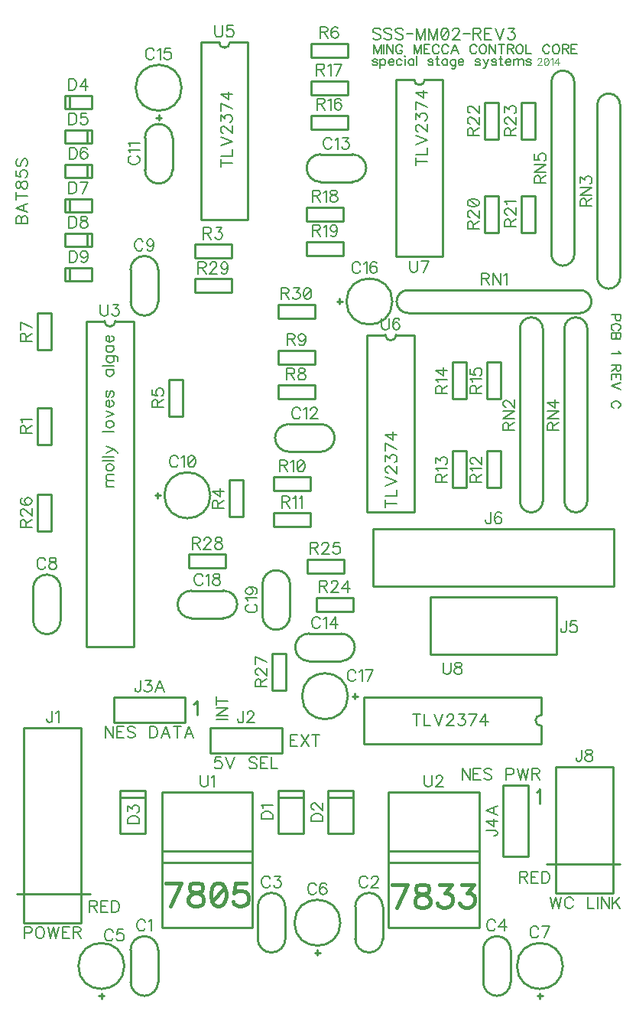
<source format=gbr>
G04 DipTrace 2.3.0.1*
%INTopSilk.gbr*%
%MOIN*%
%ADD10C,0.0098*%
%ADD84C,0.0077*%
%ADD85C,0.0062*%
%ADD86C,0.0046*%
%ADD87C,0.0154*%
%ADD89C,0.0093*%
%FSLAX44Y44*%
G04*
G70*
G90*
G75*
G01*
%LNTopSilk*%
%LPD*%
X6600Y1176D2*
D10*
Y2574D1*
X5400Y1176D2*
Y2574D1*
X6600D2*
G03X5400Y2574I-600J1D01*
G01*
Y1176D2*
G03X6600Y1176I600J-1D01*
G01*
X16397Y3060D2*
Y4459D1*
X15197Y3060D2*
Y4459D1*
X16397D2*
G03X15197Y4459I-600J1D01*
G01*
Y3060D2*
G03X16397Y3060I600J-1D01*
G01*
X12147D2*
Y4459D1*
X10947Y3060D2*
Y4459D1*
X12147D2*
G03X10947Y4459I-600J1D01*
G01*
Y3060D2*
G03X12147Y3060I600J-1D01*
G01*
X21975Y1176D2*
Y2574D1*
X20775Y1176D2*
Y2574D1*
X21975D2*
G03X20775Y2574I-600J1D01*
G01*
Y1176D2*
G03X21975Y1176I600J-1D01*
G01*
X4243Y576D2*
X4007D1*
X4125Y458D2*
Y694D1*
X3125Y1875D2*
G02X3125Y1875I1000J0D01*
G01*
X13665Y2461D2*
X13429D1*
X13547Y2343D2*
Y2579D1*
X12547Y3760D2*
G02X12547Y3760I1000J0D01*
G01*
X23368Y576D2*
X23132D1*
X23250Y458D2*
Y694D1*
X22250Y1875D2*
G02X22250Y1875I1000J0D01*
G01*
X2350Y16926D2*
Y18324D1*
X1150Y16926D2*
Y18324D1*
X2350D2*
G03X1150Y18324I-600J1D01*
G01*
Y16926D2*
G03X2350Y16926I600J-1D01*
G01*
X6600Y30801D2*
Y32199D1*
X5400Y30801D2*
Y32199D1*
X6600D2*
G03X5400Y32199I-600J1D01*
G01*
Y30801D2*
G03X6600Y30801I600J-1D01*
G01*
X6576Y22257D2*
Y22493D1*
X6458Y22375D2*
X6694D1*
X6876D2*
G02X6876Y22375I1000J0D01*
G01*
X6025Y37949D2*
Y36551D1*
X7225Y37949D2*
Y36551D1*
X6025D2*
G03X7225Y36551I600J-1D01*
G01*
Y37949D2*
G03X6025Y37949I-600J1D01*
G01*
X13699Y25475D2*
X12301D1*
X13699Y24275D2*
X12301D1*
Y25475D2*
G03X12301Y24275I-1J-600D01*
G01*
X13699D2*
G03X13699Y25475I1J600D01*
G01*
X15074Y37225D2*
X13676D1*
X15074Y36025D2*
X13676D1*
Y37225D2*
G03X13676Y36025I-1J-600D01*
G01*
X15074D2*
G03X15074Y37225I1J600D01*
G01*
X14576Y16352D2*
X13177D1*
X14576Y15152D2*
X13177D1*
Y16352D2*
G03X13177Y15152I-1J-600D01*
G01*
X14576D2*
G03X14576Y16352I1J600D01*
G01*
X6743Y38826D2*
X6507D1*
X6625Y38708D2*
Y38944D1*
X5625Y40125D2*
G02X5625Y40125I1000J0D01*
G01*
X14515Y30698D2*
Y30934D1*
X14397Y30816D2*
X14633D1*
X14815D2*
G02X14815Y30816I1000J0D01*
G01*
X15175Y13745D2*
Y13508D1*
X15294Y13626D2*
X15057D1*
X12877D2*
G02X12877Y13626I1000J0D01*
G01*
X8051Y17025D2*
X9449D1*
X8051Y18225D2*
X9449D1*
Y17025D2*
G03X9449Y18225I1J600D01*
G01*
X8051D2*
G03X8051Y17025I-1J-600D01*
G01*
X12351Y17115D2*
Y18514D1*
X11151Y17115D2*
Y18514D1*
X12351D2*
G03X11151Y18514I-600J1D01*
G01*
Y17115D2*
G03X12351Y17115I600J-1D01*
G01*
X11824Y9521D2*
X12926D1*
Y9501D2*
Y7649D1*
X11824Y9222D2*
X12926D1*
X11824Y7649D2*
X12926D1*
X11824Y9501D2*
Y7649D1*
X14013Y9522D2*
X15115D1*
Y9502D2*
Y7650D1*
X14013Y9223D2*
X15115D1*
X14013Y7650D2*
X15115D1*
X14013Y9502D2*
Y7650D1*
X4949Y9521D2*
X6051D1*
Y9501D2*
Y7649D1*
X4949Y9222D2*
X6051D1*
X4949Y7649D2*
X6051D1*
X4949Y9501D2*
Y7649D1*
X2552Y39778D2*
X3698D1*
X2552Y39222D2*
X3698D1*
X2552Y39778D2*
Y39222D1*
X3698D2*
Y39778D1*
X2731Y39776D2*
Y39224D1*
X3698Y37722D2*
X2552D1*
X3698Y38278D2*
X2552D1*
X3698Y37722D2*
Y38278D1*
X2552D2*
Y37722D1*
X3519Y37724D2*
Y38276D1*
X3698Y36222D2*
X2552D1*
X3698Y36778D2*
X2552D1*
X3698Y36222D2*
Y36778D1*
X2552D2*
Y36222D1*
X3519Y36224D2*
Y36776D1*
X2552Y35278D2*
X3698D1*
X2552Y34722D2*
X3698D1*
X2552Y35278D2*
Y34722D1*
X3698D2*
Y35278D1*
X2731Y35276D2*
Y34724D1*
X3698Y33222D2*
X2552D1*
X3698Y33778D2*
X2552D1*
X3698Y33222D2*
Y33778D1*
X2552D2*
Y33222D1*
X3519Y33224D2*
Y33776D1*
X2552Y32278D2*
X3698D1*
X2552Y31722D2*
X3698D1*
X2552Y32278D2*
Y31722D1*
X3698D2*
Y32278D1*
X2731Y32276D2*
Y31724D1*
X3250Y12250D2*
X750D1*
Y3750D1*
X3250D1*
Y12250D1*
X8887Y11138D2*
Y12240D1*
Y11138D2*
X11990D1*
Y12240D1*
X8887D2*
X11990D1*
X18482Y17939D2*
X23982D1*
Y15439D1*
X18482D1*
Y17939D1*
X15982Y20907D2*
X26482D1*
Y18407D1*
X15982D1*
Y20907D1*
X23940Y5063D2*
X26440D1*
Y10563D1*
X23940D1*
Y5063D1*
X7780Y13583D2*
Y12480D1*
Y13583D2*
X4677D1*
Y12480D1*
X7780D2*
X4677D1*
X21639Y9740D2*
X22742D1*
X21639D2*
Y6637D1*
X22742D1*
Y9740D2*
Y6637D1*
X1325Y24574D2*
X1925D1*
X1325Y26176D2*
Y24574D1*
Y26176D2*
X1925D1*
Y24574D1*
X8199Y33300D2*
Y32700D1*
X9801Y33300D2*
X8199D1*
X9801D2*
Y32700D1*
X8199D1*
X10300Y23051D2*
X9700D1*
X10300Y21449D2*
Y23051D1*
Y21449D2*
X9700D1*
Y23051D1*
X7675Y27426D2*
X7075D1*
X7675Y25824D2*
Y27426D1*
Y25824D2*
X7075D1*
Y27426D1*
X13262Y42054D2*
Y41454D1*
X14865Y42054D2*
X13262D1*
X14865D2*
Y41454D1*
X13262D1*
X1325Y28699D2*
X1925D1*
X1325Y30301D2*
Y28699D1*
Y30301D2*
X1925D1*
Y28699D1*
X11824Y27175D2*
Y26575D1*
X13426Y27175D2*
X11824D1*
X13426D2*
Y26575D1*
X11824D1*
X13426Y28075D2*
Y28675D1*
X11824Y28075D2*
X13426D1*
X11824D2*
Y28675D1*
X13426D1*
X11643Y23174D2*
Y22574D1*
X13246Y23174D2*
X11643D1*
X13246D2*
Y22574D1*
X11643D1*
X13239Y20999D2*
Y21599D1*
X11636Y20999D2*
X13239D1*
X11636D2*
Y21599D1*
X13239D1*
X20950Y22699D2*
X21550D1*
X20950Y24302D2*
Y22699D1*
Y24302D2*
X21550D1*
Y22699D1*
X20052Y24304D2*
X19452D1*
X20052Y22701D2*
Y24304D1*
Y22701D2*
X19452D1*
Y24304D1*
Y26576D2*
X20052D1*
X19452Y28179D2*
Y26576D1*
Y28179D2*
X20052D1*
Y26576D1*
X20952D2*
X21552D1*
X20952Y28179D2*
Y26576D1*
Y28179D2*
X21552D1*
Y26576D1*
X13262Y38929D2*
Y38329D1*
X14865Y38929D2*
X13262D1*
X14865D2*
Y38329D1*
X13262D1*
X14865Y39829D2*
Y40429D1*
X13262Y39829D2*
X14865D1*
X13262D2*
Y40429D1*
X14865D1*
X13074Y34925D2*
Y34325D1*
X14676Y34925D2*
X13074D1*
X14676D2*
Y34325D1*
X13074D1*
X14676Y32825D2*
Y33425D1*
X13074Y32825D2*
X14676D1*
X13074D2*
Y33425D1*
X14676D1*
X20825Y33824D2*
X21425D1*
X20825Y35426D2*
Y33824D1*
Y35426D2*
X21425D1*
Y33824D1*
X23050Y35426D2*
X22450D1*
X23050Y33824D2*
Y35426D1*
Y33824D2*
X22450D1*
Y35426D1*
X21427Y39493D2*
X20827D1*
X21427Y37890D2*
Y39493D1*
Y37890D2*
X20827D1*
Y39493D1*
X22452Y37890D2*
X23052D1*
X22452Y39493D2*
Y37890D1*
Y39493D2*
X23052D1*
Y37890D1*
X13511Y17925D2*
Y17325D1*
X15114Y17925D2*
X13511D1*
X15114D2*
Y17325D1*
X13511D1*
X14695Y18991D2*
Y19591D1*
X13092Y18991D2*
X14695D1*
X13092D2*
Y19591D1*
X14695D1*
X1325Y20824D2*
X1925D1*
X1325Y22426D2*
Y20824D1*
Y22426D2*
X1925D1*
Y20824D1*
X11576Y13887D2*
X12176D1*
X11576Y15490D2*
Y13887D1*
Y15490D2*
X12176D1*
Y13887D1*
X9551Y19200D2*
Y19800D1*
X7949Y19200D2*
X9551D1*
X7949D2*
Y19800D1*
X9551D1*
X8199Y31800D2*
Y31200D1*
X9801Y31800D2*
X8199D1*
X9801D2*
Y31200D1*
X8199D1*
X11825Y30678D2*
Y30078D1*
X13428Y30678D2*
X11825D1*
X13428D2*
Y30078D1*
X11825D1*
X24999Y30313D2*
X17501D1*
X24999Y31313D2*
X17501D1*
X24999Y30313D2*
G03X24999Y31313I1J500D01*
G01*
X17501D2*
G03X17501Y30313I-1J-500D01*
G01*
X22375Y22127D2*
Y29624D1*
X23375Y22127D2*
Y29624D1*
X22375Y22127D2*
G03X23375Y22127I500J-1D01*
G01*
Y29624D2*
G03X22375Y29624I-500J1D01*
G01*
X25750Y31876D2*
Y39374D1*
X26750Y31876D2*
Y39374D1*
X25750Y31876D2*
G03X26750Y31876I500J-1D01*
G01*
Y39374D2*
G03X25750Y39374I-500J1D01*
G01*
X25315Y29627D2*
Y22130D1*
X24315Y29627D2*
Y22130D1*
X25315Y29627D2*
G03X24315Y29627I-500J1D01*
G01*
Y22130D2*
G03X25315Y22130I500J-1D01*
G01*
X23750Y32876D2*
Y40374D1*
X24750Y32876D2*
Y40374D1*
X23750Y32876D2*
G03X24750Y32876I500J-1D01*
G01*
Y40374D2*
G03X23750Y40374I-500J1D01*
G01*
X6781Y6887D2*
X10719D1*
X6781Y6375D2*
X10679D1*
X6781Y9446D2*
X10719D1*
Y3540D1*
X6781D1*
Y9446D1*
X16656Y6887D2*
X20594D1*
X16656Y6375D2*
X20554D1*
X16656Y9446D2*
X20594D1*
Y3540D1*
X16656D1*
Y9446D1*
X3476Y29962D2*
Y15788D1*
X5524Y29962D2*
Y15788D1*
X3476D2*
X5524D1*
X3476Y29962D2*
X4264D1*
X5524D2*
X4736D1*
X4264D2*
G03X4736Y29962I236J1D01*
G01*
X10520Y42108D2*
Y34392D1*
X8472D2*
X10520D1*
X8472Y42108D2*
Y34392D1*
Y42108D2*
X9260D1*
X10520D2*
X9732D1*
X9260D2*
G03X9732Y42108I236J0D01*
G01*
X17770Y29358D2*
Y21642D1*
X15722D2*
X17770D1*
X15722Y29358D2*
Y21642D1*
Y29358D2*
X16510D1*
X17770D2*
X16982D1*
X16510D2*
G03X16982Y29358I236J0D01*
G01*
X19020Y40483D2*
Y32767D1*
X16972D2*
X19020D1*
X16972Y40483D2*
Y32767D1*
Y40483D2*
X17760D1*
X19020D2*
X18232D1*
X17760D2*
G03X18232Y40483I236J0D01*
G01*
X23298Y11544D2*
X15582D1*
Y13591D2*
Y11544D1*
X23298Y13591D2*
X15582D1*
X23298D2*
Y12804D1*
Y11544D2*
Y12332D1*
Y12804D2*
G03X23298Y12332I0J-236D01*
G01*
X3638Y5008D2*
X456D1*
X26728Y6315D2*
X23547D1*
X6042Y3788D2*
D84*
X6018Y3835D1*
X5970Y3883D1*
X5923Y3907D1*
X5827D1*
X5779Y3883D1*
X5732Y3835D1*
X5707Y3788D1*
X5683Y3716D1*
Y3596D1*
X5707Y3525D1*
X5732Y3477D1*
X5779Y3429D1*
X5827Y3405D1*
X5923D1*
X5970Y3429D1*
X6018Y3477D1*
X6042Y3525D1*
X6197Y3811D2*
X6245Y3835D1*
X6317Y3907D1*
Y3405D1*
X15732Y5673D2*
X15708Y5720D1*
X15660Y5768D1*
X15613Y5792D1*
X15517D1*
X15469Y5768D1*
X15421Y5720D1*
X15397Y5673D1*
X15373Y5601D1*
Y5481D1*
X15397Y5410D1*
X15421Y5362D1*
X15469Y5314D1*
X15517Y5290D1*
X15613D1*
X15660Y5314D1*
X15708Y5362D1*
X15732Y5410D1*
X15911Y5672D2*
Y5696D1*
X15934Y5744D1*
X15958Y5768D1*
X16006Y5792D1*
X16102D1*
X16149Y5768D1*
X16173Y5744D1*
X16197Y5696D1*
Y5648D1*
X16173Y5600D1*
X16126Y5529D1*
X15886Y5290D1*
X16221D1*
X11482Y5673D2*
X11458Y5720D1*
X11410Y5768D1*
X11363Y5792D1*
X11267D1*
X11219Y5768D1*
X11171Y5720D1*
X11147Y5673D1*
X11123Y5601D1*
Y5481D1*
X11147Y5410D1*
X11171Y5362D1*
X11219Y5314D1*
X11267Y5290D1*
X11363D1*
X11410Y5314D1*
X11458Y5362D1*
X11482Y5410D1*
X11684Y5792D2*
X11947D1*
X11804Y5600D1*
X11876D1*
X11923Y5577D1*
X11947Y5553D1*
X11971Y5481D1*
Y5433D1*
X11947Y5362D1*
X11899Y5313D1*
X11828Y5290D1*
X11756D1*
X11684Y5313D1*
X11661Y5338D1*
X11636Y5385D1*
X21298Y3788D2*
X21274Y3835D1*
X21226Y3883D1*
X21178Y3907D1*
X21083D1*
X21035Y3883D1*
X20987Y3835D1*
X20963Y3788D1*
X20939Y3716D1*
Y3596D1*
X20963Y3525D1*
X20987Y3477D1*
X21035Y3429D1*
X21083Y3405D1*
X21178D1*
X21226Y3429D1*
X21274Y3477D1*
X21298Y3525D1*
X21692Y3405D2*
Y3907D1*
X21452Y3572D1*
X21811D1*
X13494Y5373D2*
X13470Y5420D1*
X13422Y5468D1*
X13375Y5492D1*
X13279D1*
X13231Y5468D1*
X13183Y5420D1*
X13159Y5373D1*
X13135Y5301D1*
Y5181D1*
X13159Y5110D1*
X13183Y5061D1*
X13231Y5014D1*
X13279Y4990D1*
X13375D1*
X13422Y5014D1*
X13470Y5061D1*
X13494Y5110D1*
X13935Y5420D2*
X13912Y5468D1*
X13840Y5491D1*
X13792D1*
X13720Y5468D1*
X13672Y5396D1*
X13648Y5276D1*
Y5157D1*
X13672Y5061D1*
X13720Y5013D1*
X13792Y4990D1*
X13816D1*
X13887Y5013D1*
X13935Y5061D1*
X13959Y5133D1*
Y5157D1*
X13935Y5229D1*
X13887Y5276D1*
X13816Y5300D1*
X13792D1*
X13720Y5276D1*
X13672Y5229D1*
X13648Y5157D1*
X23185Y3488D2*
X23161Y3535D1*
X23113Y3583D1*
X23065Y3607D1*
X22970D1*
X22922Y3583D1*
X22874Y3535D1*
X22850Y3488D1*
X22826Y3416D1*
Y3296D1*
X22850Y3225D1*
X22874Y3177D1*
X22922Y3129D1*
X22970Y3105D1*
X23065D1*
X23113Y3129D1*
X23161Y3177D1*
X23185Y3225D1*
X23435Y3105D2*
X23674Y3607D1*
X23339D1*
X1685Y19538D2*
X1661Y19585D1*
X1613Y19633D1*
X1566Y19657D1*
X1470D1*
X1422Y19633D1*
X1374Y19585D1*
X1350Y19538D1*
X1326Y19466D1*
Y19346D1*
X1350Y19275D1*
X1374Y19227D1*
X1422Y19179D1*
X1470Y19155D1*
X1566D1*
X1613Y19179D1*
X1661Y19227D1*
X1685Y19275D1*
X1959Y19657D2*
X1887Y19633D1*
X1863Y19585D1*
Y19537D1*
X1887Y19490D1*
X1935Y19465D1*
X2031Y19442D1*
X2102Y19418D1*
X2150Y19370D1*
X2174Y19322D1*
Y19250D1*
X2150Y19203D1*
X2126Y19179D1*
X2054Y19155D1*
X1959D1*
X1887Y19179D1*
X1863Y19203D1*
X1839Y19250D1*
Y19322D1*
X1863Y19370D1*
X1911Y19418D1*
X1983Y19442D1*
X2078Y19465D1*
X2126Y19490D1*
X2150Y19537D1*
Y19585D1*
X2126Y19633D1*
X2054Y19657D1*
X1959D1*
X5947Y33413D2*
X5923Y33460D1*
X5875Y33508D1*
X5827Y33532D1*
X5732D1*
X5683Y33508D1*
X5636Y33460D1*
X5612Y33413D1*
X5588Y33341D1*
Y33221D1*
X5612Y33150D1*
X5636Y33102D1*
X5683Y33054D1*
X5732Y33030D1*
X5827D1*
X5875Y33054D1*
X5923Y33102D1*
X5947Y33150D1*
X6412Y33365D2*
X6388Y33293D1*
X6340Y33245D1*
X6268Y33221D1*
X6245D1*
X6173Y33245D1*
X6125Y33293D1*
X6101Y33365D1*
Y33389D1*
X6125Y33460D1*
X6173Y33508D1*
X6245Y33532D1*
X6268D1*
X6340Y33508D1*
X6388Y33460D1*
X6412Y33365D1*
Y33245D1*
X6388Y33125D1*
X6340Y33054D1*
X6268Y33030D1*
X6221D1*
X6149Y33054D1*
X6125Y33102D1*
X7464Y23988D2*
X7440Y24035D1*
X7392Y24083D1*
X7345Y24107D1*
X7249D1*
X7201Y24083D1*
X7153Y24035D1*
X7129Y23988D1*
X7105Y23916D1*
Y23796D1*
X7129Y23725D1*
X7153Y23677D1*
X7201Y23629D1*
X7249Y23605D1*
X7345D1*
X7392Y23629D1*
X7440Y23677D1*
X7464Y23725D1*
X7618Y24011D2*
X7666Y24035D1*
X7738Y24107D1*
Y23605D1*
X8036Y24107D2*
X7965Y24083D1*
X7916Y24011D1*
X7893Y23892D1*
Y23820D1*
X7916Y23700D1*
X7965Y23629D1*
X8036Y23605D1*
X8084D1*
X8156Y23629D1*
X8203Y23700D1*
X8228Y23820D1*
Y23892D1*
X8203Y24011D1*
X8156Y24083D1*
X8084Y24107D1*
X8036D1*
X8203Y24011D2*
X7916Y23700D1*
X5412Y37155D2*
X5365Y37131D1*
X5317Y37083D1*
X5293Y37036D1*
Y36940D1*
X5317Y36892D1*
X5365Y36844D1*
X5412Y36820D1*
X5484Y36796D1*
X5604D1*
X5675Y36820D1*
X5723Y36844D1*
X5771Y36892D1*
X5795Y36940D1*
Y37036D1*
X5771Y37083D1*
X5723Y37131D1*
X5675Y37155D1*
X5389Y37309D2*
X5365Y37357D1*
X5293Y37429D1*
X5795D1*
X5389Y37584D2*
X5365Y37632D1*
X5293Y37704D1*
X5795D1*
X12798Y26088D2*
X12774Y26135D1*
X12726Y26183D1*
X12678Y26207D1*
X12583D1*
X12534Y26183D1*
X12487Y26135D1*
X12463Y26088D1*
X12439Y26016D1*
Y25896D1*
X12463Y25825D1*
X12487Y25777D1*
X12534Y25729D1*
X12583Y25705D1*
X12678D1*
X12726Y25729D1*
X12774Y25777D1*
X12798Y25825D1*
X12952Y26111D2*
X13000Y26135D1*
X13072Y26207D1*
Y25705D1*
X13251Y26087D2*
Y26111D1*
X13274Y26159D1*
X13298Y26183D1*
X13346Y26207D1*
X13442D1*
X13489Y26183D1*
X13513Y26159D1*
X13537Y26111D1*
Y26064D1*
X13513Y26015D1*
X13466Y25944D1*
X13226Y25705D1*
X13561D1*
X14173Y37838D2*
X14149Y37885D1*
X14101Y37933D1*
X14053Y37957D1*
X13958D1*
X13909Y37933D1*
X13862Y37885D1*
X13838Y37838D1*
X13814Y37766D1*
Y37646D1*
X13838Y37575D1*
X13862Y37527D1*
X13909Y37479D1*
X13958Y37455D1*
X14053D1*
X14101Y37479D1*
X14149Y37527D1*
X14173Y37575D1*
X14327Y37861D2*
X14375Y37885D1*
X14447Y37957D1*
Y37455D1*
X14649Y37957D2*
X14912D1*
X14769Y37765D1*
X14841D1*
X14888Y37742D1*
X14912Y37718D1*
X14936Y37646D1*
Y37599D1*
X14912Y37527D1*
X14864Y37479D1*
X14792Y37455D1*
X14721D1*
X14649Y37479D1*
X14626Y37503D1*
X14601Y37550D1*
X13662Y16965D2*
X13638Y17012D1*
X13590Y17060D1*
X13543Y17084D1*
X13447D1*
X13399Y17060D1*
X13351Y17012D1*
X13327Y16965D1*
X13303Y16893D1*
Y16773D1*
X13327Y16701D1*
X13351Y16653D1*
X13399Y16606D1*
X13447Y16581D1*
X13543D1*
X13590Y16606D1*
X13638Y16653D1*
X13662Y16701D1*
X13816Y16988D2*
X13865Y17012D1*
X13936Y17083D1*
Y16581D1*
X14330D2*
Y17083D1*
X14091Y16749D1*
X14449D1*
X6423Y41738D2*
X6399Y41785D1*
X6351Y41833D1*
X6303Y41857D1*
X6208D1*
X6159Y41833D1*
X6112Y41785D1*
X6088Y41738D1*
X6064Y41666D1*
Y41546D1*
X6088Y41475D1*
X6112Y41427D1*
X6159Y41379D1*
X6208Y41355D1*
X6303D1*
X6351Y41379D1*
X6399Y41427D1*
X6423Y41475D1*
X6577Y41761D2*
X6625Y41785D1*
X6697Y41857D1*
Y41355D1*
X7138Y41857D2*
X6899D1*
X6876Y41642D1*
X6899Y41665D1*
X6971Y41690D1*
X7042D1*
X7114Y41665D1*
X7162Y41618D1*
X7186Y41546D1*
Y41498D1*
X7162Y41427D1*
X7114Y41379D1*
X7042Y41355D1*
X6971D1*
X6899Y41379D1*
X6876Y41403D1*
X6851Y41450D1*
X15415Y32429D2*
X15391Y32476D1*
X15343Y32524D1*
X15296Y32548D1*
X15200D1*
X15152Y32524D1*
X15105Y32476D1*
X15080Y32429D1*
X15057Y32357D1*
Y32237D1*
X15080Y32166D1*
X15105Y32117D1*
X15152Y32070D1*
X15200Y32046D1*
X15296D1*
X15343Y32070D1*
X15391Y32117D1*
X15415Y32166D1*
X15570Y32452D2*
X15618Y32476D1*
X15690Y32547D1*
Y32046D1*
X16131Y32476D2*
X16107Y32524D1*
X16035Y32547D1*
X15988D1*
X15916Y32524D1*
X15868Y32452D1*
X15844Y32332D1*
Y32213D1*
X15868Y32117D1*
X15916Y32069D1*
X15988Y32046D1*
X16011D1*
X16083Y32069D1*
X16131Y32117D1*
X16155Y32189D1*
Y32213D1*
X16131Y32285D1*
X16083Y32332D1*
X16011Y32356D1*
X15988D1*
X15916Y32332D1*
X15868Y32285D1*
X15844Y32213D1*
X8548Y18838D2*
X8524Y18885D1*
X8476Y18933D1*
X8428Y18957D1*
X8333D1*
X8285Y18933D1*
X8237Y18885D1*
X8213Y18838D1*
X8189Y18766D1*
Y18646D1*
X8213Y18575D1*
X8237Y18527D1*
X8285Y18479D1*
X8333Y18455D1*
X8428D1*
X8476Y18479D1*
X8524Y18527D1*
X8548Y18575D1*
X8702Y18861D2*
X8750Y18885D1*
X8822Y18957D1*
Y18455D1*
X9096Y18957D2*
X9025Y18933D1*
X9000Y18885D1*
Y18837D1*
X9025Y18790D1*
X9072Y18765D1*
X9168Y18742D1*
X9240Y18718D1*
X9287Y18670D1*
X9311Y18622D1*
Y18550D1*
X9287Y18503D1*
X9263Y18479D1*
X9192Y18455D1*
X9096D1*
X9025Y18479D1*
X9000Y18503D1*
X8977Y18550D1*
Y18622D1*
X9000Y18670D1*
X9048Y18718D1*
X9120Y18742D1*
X9215Y18765D1*
X9263Y18790D1*
X9287Y18837D1*
Y18885D1*
X9263Y18933D1*
X9192Y18957D1*
X9096D1*
X10538Y17624D2*
X10491Y17600D1*
X10443Y17552D1*
X10419Y17504D1*
Y17409D1*
X10443Y17361D1*
X10491Y17313D1*
X10538Y17289D1*
X10610Y17265D1*
X10730D1*
X10801Y17289D1*
X10850Y17313D1*
X10897Y17361D1*
X10921Y17409D1*
Y17504D1*
X10897Y17552D1*
X10850Y17600D1*
X10801Y17624D1*
X10515Y17778D2*
X10491Y17826D1*
X10420Y17898D1*
X10921D1*
X10586Y18364D2*
X10658Y18339D1*
X10706Y18292D1*
X10730Y18220D1*
Y18196D1*
X10706Y18124D1*
X10658Y18077D1*
X10586Y18053D1*
X10563D1*
X10491Y18077D1*
X10443Y18124D1*
X10420Y18196D1*
Y18220D1*
X10443Y18292D1*
X10491Y18339D1*
X10586Y18364D1*
X10706D1*
X10826Y18339D1*
X10898Y18292D1*
X10921Y18220D1*
Y18172D1*
X10898Y18101D1*
X10850Y18077D1*
X11092Y8270D2*
X11594D1*
Y8438D1*
X11570Y8509D1*
X11522Y8558D1*
X11474Y8581D1*
X11403Y8605D1*
X11283D1*
X11211Y8581D1*
X11163Y8558D1*
X11115Y8509D1*
X11092Y8438D1*
Y8270D1*
X11188Y8759D2*
X11163Y8808D1*
X11092Y8879D1*
X11594D1*
X13281Y8164D2*
X13783D1*
Y8331D1*
X13759Y8403D1*
X13711Y8451D1*
X13663Y8475D1*
X13592Y8499D1*
X13472D1*
X13400Y8475D1*
X13352Y8451D1*
X13304Y8403D1*
X13281Y8331D1*
Y8164D1*
X13401Y8677D2*
X13377D1*
X13329Y8701D1*
X13305Y8725D1*
X13281Y8773D1*
Y8869D1*
X13305Y8916D1*
X13329Y8940D1*
X13377Y8964D1*
X13424D1*
X13472Y8940D1*
X13544Y8892D1*
X13783Y8653D1*
Y8988D1*
X2701Y40528D2*
Y40025D1*
X2868D1*
X2940Y40049D1*
X2988Y40097D1*
X3012Y40145D1*
X3036Y40216D1*
Y40336D1*
X3012Y40408D1*
X2988Y40456D1*
X2940Y40504D1*
X2868Y40528D1*
X2701D1*
X3430Y40025D2*
Y40527D1*
X3190Y40193D1*
X3549D1*
X2713Y39028D2*
Y38525D1*
X2880D1*
X2952Y38549D1*
X3000Y38597D1*
X3024Y38645D1*
X3048Y38716D1*
Y38836D1*
X3024Y38908D1*
X3000Y38956D1*
X2952Y39004D1*
X2880Y39028D1*
X2713D1*
X3489Y39027D2*
X3250D1*
X3227Y38812D1*
X3250Y38836D1*
X3322Y38860D1*
X3393D1*
X3465Y38836D1*
X3513Y38788D1*
X3537Y38716D1*
Y38669D1*
X3513Y38597D1*
X3465Y38549D1*
X3393Y38525D1*
X3322D1*
X3250Y38549D1*
X3227Y38573D1*
X3202Y38621D1*
X2725Y37528D2*
Y37025D1*
X2892D1*
X2964Y37049D1*
X3012Y37097D1*
X3036Y37145D1*
X3060Y37216D1*
Y37336D1*
X3036Y37408D1*
X3012Y37456D1*
X2964Y37504D1*
X2892Y37528D1*
X2725D1*
X3501Y37456D2*
X3477Y37503D1*
X3406Y37527D1*
X3358D1*
X3286Y37503D1*
X3238Y37431D1*
X3214Y37312D1*
Y37193D1*
X3238Y37097D1*
X3286Y37049D1*
X3358Y37025D1*
X3382D1*
X3453Y37049D1*
X3501Y37097D1*
X3525Y37169D1*
Y37193D1*
X3501Y37264D1*
X3453Y37312D1*
X3382Y37336D1*
X3358D1*
X3286Y37312D1*
X3238Y37264D1*
X3214Y37193D1*
X2713Y36028D2*
Y35525D1*
X2880D1*
X2952Y35549D1*
X3000Y35597D1*
X3024Y35645D1*
X3048Y35716D1*
Y35836D1*
X3024Y35908D1*
X3000Y35956D1*
X2952Y36004D1*
X2880Y36028D1*
X2713D1*
X3298Y35525D2*
X3537Y36027D1*
X3202D1*
X2713Y34528D2*
Y34025D1*
X2881D1*
X2952Y34049D1*
X3001Y34097D1*
X3024Y34145D1*
X3048Y34216D1*
Y34336D1*
X3024Y34408D1*
X3001Y34456D1*
X2952Y34504D1*
X2881Y34528D1*
X2713D1*
X3322Y34527D2*
X3251Y34503D1*
X3226Y34456D1*
Y34408D1*
X3251Y34360D1*
X3298Y34336D1*
X3394Y34312D1*
X3466Y34288D1*
X3513Y34240D1*
X3537Y34193D1*
Y34121D1*
X3513Y34073D1*
X3489Y34049D1*
X3417Y34025D1*
X3322D1*
X3251Y34049D1*
X3226Y34073D1*
X3202Y34121D1*
Y34193D1*
X3226Y34240D1*
X3274Y34288D1*
X3346Y34312D1*
X3441Y34336D1*
X3489Y34360D1*
X3513Y34408D1*
Y34456D1*
X3489Y34503D1*
X3417Y34527D1*
X3322D1*
X2725Y33028D2*
Y32525D1*
X2892D1*
X2964Y32549D1*
X3012Y32597D1*
X3036Y32645D1*
X3060Y32716D1*
Y32836D1*
X3036Y32908D1*
X3012Y32956D1*
X2964Y33004D1*
X2892Y33028D1*
X2725D1*
X3525Y32860D2*
X3501Y32788D1*
X3453Y32740D1*
X3382Y32716D1*
X3358D1*
X3286Y32740D1*
X3238Y32788D1*
X3214Y32860D1*
Y32884D1*
X3238Y32956D1*
X3286Y33003D1*
X3358Y33027D1*
X3382D1*
X3453Y33003D1*
X3501Y32956D1*
X3525Y32860D1*
Y32740D1*
X3501Y32621D1*
X3453Y32549D1*
X3382Y32525D1*
X3334D1*
X3262Y32549D1*
X3238Y32597D1*
X1982Y12982D2*
Y12600D1*
X1959Y12528D1*
X1934Y12504D1*
X1887Y12480D1*
X1839D1*
X1791Y12504D1*
X1767Y12528D1*
X1743Y12600D1*
Y12647D1*
X2137Y12886D2*
X2185Y12910D1*
X2257Y12982D1*
Y12480D1*
X770Y3317D2*
X986D1*
X1057Y3341D1*
X1082Y3365D1*
X1105Y3413D1*
Y3485D1*
X1082Y3532D1*
X1057Y3557D1*
X986Y3580D1*
X770D1*
Y3078D1*
X1403Y3580D2*
X1355Y3557D1*
X1308Y3509D1*
X1284Y3461D1*
X1260Y3389D1*
Y3269D1*
X1284Y3198D1*
X1308Y3150D1*
X1355Y3102D1*
X1403Y3078D1*
X1499D1*
X1547Y3102D1*
X1595Y3150D1*
X1618Y3198D1*
X1642Y3269D1*
Y3389D1*
X1618Y3461D1*
X1595Y3509D1*
X1547Y3557D1*
X1499Y3580D1*
X1403D1*
X1797D2*
X1917Y3078D1*
X2036Y3580D1*
X2155Y3078D1*
X2275Y3580D1*
X2740D2*
X2430D1*
Y3078D1*
X2740D1*
X2430Y3341D2*
X2621D1*
X2895D2*
X3110D1*
X3181Y3365D1*
X3206Y3389D1*
X3230Y3437D1*
Y3485D1*
X3206Y3532D1*
X3181Y3557D1*
X3110Y3580D1*
X2895D1*
Y3078D1*
X3062Y3341D2*
X3230Y3078D1*
X10313Y12973D2*
Y12590D1*
X10290Y12518D1*
X10265Y12495D1*
X10218Y12470D1*
X10170D1*
X10122Y12495D1*
X10098Y12518D1*
X10074Y12590D1*
Y12638D1*
X10492Y12853D2*
Y12877D1*
X10516Y12925D1*
X10540Y12948D1*
X10588Y12972D1*
X10683D1*
X10731Y12948D1*
X10755Y12925D1*
X10779Y12877D1*
Y12829D1*
X10755Y12781D1*
X10707Y12710D1*
X10468Y12470D1*
X10803D1*
X9349Y10967D2*
X9110D1*
X9086Y10752D1*
X9110Y10776D1*
X9182Y10800D1*
X9253D1*
X9325Y10776D1*
X9373Y10729D1*
X9397Y10657D1*
Y10609D1*
X9373Y10537D1*
X9325Y10489D1*
X9253Y10466D1*
X9182D1*
X9110Y10489D1*
X9086Y10514D1*
X9062Y10561D1*
X9551Y10968D2*
X9742Y10466D1*
X9934Y10968D1*
X10909Y10896D2*
X10861Y10944D1*
X10790Y10968D1*
X10694D1*
X10622Y10944D1*
X10574Y10896D1*
Y10849D1*
X10598Y10800D1*
X10622Y10777D1*
X10670Y10753D1*
X10813Y10705D1*
X10861Y10681D1*
X10885Y10657D1*
X10909Y10609D1*
Y10537D1*
X10861Y10490D1*
X10790Y10466D1*
X10694D1*
X10622Y10490D1*
X10574Y10537D1*
X11374Y10968D2*
X11063D1*
Y10466D1*
X11374D1*
X11063Y10729D2*
X11255D1*
X11528Y10968D2*
Y10466D1*
X11815D1*
X21119Y21640D2*
Y21257D1*
X21096Y21185D1*
X21071Y21162D1*
X21024Y21137D1*
X20976D1*
X20928Y21162D1*
X20904Y21185D1*
X20880Y21257D1*
Y21305D1*
X21561Y21568D2*
X21537Y21615D1*
X21465Y21639D1*
X21418D1*
X21346Y21615D1*
X21298Y21544D1*
X21274Y21424D1*
Y21305D1*
X21298Y21209D1*
X21346Y21161D1*
X21418Y21137D1*
X21441D1*
X21513Y21161D1*
X21561Y21209D1*
X21584Y21281D1*
Y21305D1*
X21561Y21377D1*
X21513Y21424D1*
X21441Y21448D1*
X21418D1*
X21346Y21424D1*
X21298Y21377D1*
X21274Y21305D1*
X25065Y11295D2*
Y10913D1*
X25042Y10841D1*
X25017Y10817D1*
X24970Y10793D1*
X24922D1*
X24874Y10817D1*
X24850Y10841D1*
X24826Y10913D1*
Y10960D1*
X25339Y11295D2*
X25268Y11271D1*
X25244Y11223D1*
Y11175D1*
X25268Y11128D1*
X25315Y11104D1*
X25411Y11080D1*
X25483Y11056D1*
X25530Y11008D1*
X25554Y10960D1*
Y10889D1*
X25530Y10841D1*
X25507Y10817D1*
X25435Y10793D1*
X25339D1*
X25268Y10817D1*
X25244Y10841D1*
X25220Y10889D1*
Y10960D1*
X25244Y11008D1*
X25292Y11056D1*
X25363Y11080D1*
X25459Y11104D1*
X25507Y11128D1*
X25530Y11175D1*
Y11223D1*
X25507Y11271D1*
X25435Y11295D1*
X25339D1*
X5835Y14315D2*
Y13932D1*
X5811Y13861D1*
X5787Y13837D1*
X5739Y13813D1*
X5691D1*
X5643Y13837D1*
X5620Y13861D1*
X5595Y13932D1*
Y13980D1*
X6037Y14314D2*
X6300D1*
X6156Y14123D1*
X6228D1*
X6276Y14099D1*
X6300Y14076D1*
X6324Y14004D1*
Y13956D1*
X6300Y13884D1*
X6252Y13836D1*
X6180Y13813D1*
X6108D1*
X6037Y13836D1*
X6013Y13861D1*
X5989Y13908D1*
X6861Y13813D2*
X6670Y14315D1*
X6478Y13813D1*
X6550Y13980D2*
X6790D1*
X4649Y12310D2*
Y11808D1*
X4314Y12310D1*
Y11808D1*
X5114Y12310D2*
X4803D1*
Y11808D1*
X5114D1*
X4803Y12071D2*
X4995D1*
X5603Y12238D2*
X5556Y12286D1*
X5484Y12310D1*
X5388D1*
X5316Y12286D1*
X5268Y12238D1*
Y12191D1*
X5293Y12143D1*
X5316Y12119D1*
X5364Y12095D1*
X5508Y12047D1*
X5556Y12023D1*
X5579Y11999D1*
X5603Y11951D1*
Y11880D1*
X5556Y11832D1*
X5484Y11808D1*
X5388D1*
X5316Y11832D1*
X5268Y11880D1*
X6244Y12310D2*
Y11808D1*
X6411D1*
X6483Y11832D1*
X6531Y11880D1*
X6555Y11928D1*
X6579Y11999D1*
Y12119D1*
X6555Y12191D1*
X6531Y12238D1*
X6483Y12286D1*
X6411Y12310D1*
X6244D1*
X7116Y11808D2*
X6924Y12310D1*
X6733Y11808D1*
X6805Y11975D2*
X7044D1*
X7438Y12310D2*
Y11808D1*
X7270Y12310D2*
X7605D1*
X8143Y11808D2*
X7951Y12310D1*
X7760Y11808D1*
X7832Y11975D2*
X8071D1*
X20906Y7783D2*
X21289D1*
X21361Y7759D1*
X21384Y7735D1*
X21409Y7687D1*
Y7639D1*
X21384Y7592D1*
X21361Y7568D1*
X21289Y7544D1*
X21241D1*
X21409Y8177D2*
X20907D1*
X21241Y7937D1*
Y8296D1*
X21409Y8833D2*
X20906Y8642D1*
X21409Y8450D1*
X21241Y8522D2*
Y8762D1*
X832Y25070D2*
Y25285D1*
X808Y25357D1*
X784Y25382D1*
X736Y25405D1*
X688D1*
X641Y25382D1*
X617Y25357D1*
X593Y25285D1*
Y25070D1*
X1095D1*
X832Y25238D2*
X1095Y25405D1*
X689Y25560D2*
X665Y25608D1*
X593Y25680D1*
X1095D1*
X8588Y33793D2*
X8803D1*
X8875Y33817D1*
X8899Y33841D1*
X8923Y33889D1*
Y33937D1*
X8899Y33984D1*
X8875Y34008D1*
X8803Y34032D1*
X8588D1*
Y33530D1*
X8755Y33793D2*
X8923Y33530D1*
X9125Y34032D2*
X9388D1*
X9245Y33840D1*
X9317D1*
X9364Y33817D1*
X9388Y33793D1*
X9412Y33721D1*
Y33674D1*
X9388Y33602D1*
X9340Y33554D1*
X9268Y33530D1*
X9197D1*
X9125Y33554D1*
X9102Y33578D1*
X9077Y33625D1*
X9207Y21826D2*
Y22041D1*
X9183Y22113D1*
X9159Y22137D1*
X9111Y22161D1*
X9063D1*
X9016Y22137D1*
X8992Y22113D1*
X8968Y22041D1*
Y21826D1*
X9470D1*
X9207Y21993D2*
X9470Y22161D1*
Y22555D2*
X8968D1*
X9303Y22315D1*
Y22674D1*
X6582Y26213D2*
Y26428D1*
X6558Y26500D1*
X6534Y26524D1*
X6486Y26548D1*
X6438D1*
X6391Y26524D1*
X6367Y26500D1*
X6343Y26428D1*
Y26213D1*
X6845D1*
X6582Y26380D2*
X6845Y26548D1*
X6343Y26989D2*
Y26750D1*
X6558Y26727D1*
X6535Y26750D1*
X6510Y26822D1*
Y26893D1*
X6535Y26965D1*
X6582Y27013D1*
X6654Y27037D1*
X6701D1*
X6773Y27013D1*
X6821Y26965D1*
X6845Y26893D1*
Y26822D1*
X6821Y26750D1*
X6797Y26727D1*
X6750Y26702D1*
X13664Y42547D2*
X13879D1*
X13951Y42572D1*
X13975Y42595D1*
X13999Y42643D1*
Y42691D1*
X13975Y42739D1*
X13951Y42763D1*
X13879Y42787D1*
X13664D1*
Y42284D1*
X13831Y42547D2*
X13999Y42284D1*
X14440Y42715D2*
X14416Y42762D1*
X14344Y42786D1*
X14297D1*
X14225Y42762D1*
X14177Y42690D1*
X14153Y42571D1*
Y42452D1*
X14177Y42356D1*
X14225Y42308D1*
X14297Y42284D1*
X14321D1*
X14392Y42308D1*
X14440Y42356D1*
X14464Y42428D1*
Y42452D1*
X14440Y42524D1*
X14392Y42571D1*
X14321Y42595D1*
X14297D1*
X14225Y42571D1*
X14177Y42524D1*
X14153Y42452D1*
X832Y29088D2*
Y29303D1*
X808Y29375D1*
X784Y29399D1*
X736Y29423D1*
X688D1*
X641Y29399D1*
X617Y29375D1*
X593Y29303D1*
Y29088D1*
X1095D1*
X832Y29255D2*
X1095Y29423D1*
Y29673D2*
X593Y29912D1*
Y29577D1*
X12213Y27668D2*
X12428D1*
X12500Y27692D1*
X12524Y27716D1*
X12548Y27764D1*
Y27812D1*
X12524Y27859D1*
X12500Y27883D1*
X12428Y27907D1*
X12213D1*
Y27405D1*
X12381Y27668D2*
X12548Y27405D1*
X12822Y27907D2*
X12751Y27883D1*
X12726Y27835D1*
Y27787D1*
X12751Y27740D1*
X12798Y27715D1*
X12894Y27692D1*
X12966Y27668D1*
X13013Y27620D1*
X13037Y27572D1*
Y27500D1*
X13013Y27453D1*
X12989Y27429D1*
X12917Y27405D1*
X12822D1*
X12751Y27429D1*
X12726Y27453D1*
X12702Y27500D1*
Y27572D1*
X12726Y27620D1*
X12774Y27668D1*
X12846Y27692D1*
X12941Y27715D1*
X12989Y27740D1*
X13013Y27787D1*
Y27835D1*
X12989Y27883D1*
X12917Y27907D1*
X12822D1*
X12225Y29168D2*
X12440D1*
X12512Y29192D1*
X12536Y29216D1*
X12560Y29264D1*
Y29312D1*
X12536Y29359D1*
X12512Y29383D1*
X12440Y29407D1*
X12225D1*
Y28905D1*
X12392Y29168D2*
X12560Y28905D1*
X13025Y29240D2*
X13001Y29168D1*
X12953Y29120D1*
X12882Y29096D1*
X12858D1*
X12786Y29120D1*
X12738Y29168D1*
X12714Y29240D1*
Y29264D1*
X12738Y29335D1*
X12786Y29383D1*
X12858Y29407D1*
X12882D1*
X12953Y29383D1*
X13001Y29335D1*
X13025Y29240D1*
Y29120D1*
X13001Y29000D1*
X12953Y28929D1*
X12882Y28905D1*
X12834D1*
X12762Y28929D1*
X12738Y28977D1*
X11896Y23667D2*
X12111D1*
X12182Y23691D1*
X12207Y23715D1*
X12231Y23763D1*
Y23811D1*
X12207Y23858D1*
X12182Y23882D1*
X12111Y23906D1*
X11896D1*
Y23404D1*
X12063Y23667D2*
X12231Y23404D1*
X12385Y23810D2*
X12433Y23834D1*
X12505Y23906D1*
Y23404D1*
X12803Y23906D2*
X12731Y23882D1*
X12683Y23810D1*
X12659Y23691D1*
Y23619D1*
X12683Y23499D1*
X12731Y23428D1*
X12803Y23404D1*
X12850D1*
X12922Y23428D1*
X12970Y23499D1*
X12994Y23619D1*
Y23691D1*
X12970Y23810D1*
X12922Y23882D1*
X12850Y23906D1*
X12803D1*
X12970Y23810D2*
X12683Y23499D1*
X11995Y22092D2*
X12210D1*
X12282Y22116D1*
X12306Y22140D1*
X12330Y22188D1*
Y22236D1*
X12306Y22283D1*
X12282Y22308D1*
X12210Y22331D1*
X11995D1*
Y21829D1*
X12163Y22092D2*
X12330Y21829D1*
X12485Y22235D2*
X12533Y22260D1*
X12604Y22331D1*
Y21829D1*
X12759Y22235D2*
X12807Y22260D1*
X12879Y22331D1*
Y21829D1*
X20457Y22951D2*
Y23166D1*
X20433Y23238D1*
X20409Y23262D1*
X20361Y23286D1*
X20313D1*
X20266Y23262D1*
X20242Y23238D1*
X20218Y23166D1*
Y22951D1*
X20720D1*
X20457Y23118D2*
X20720Y23286D1*
X20314Y23440D2*
X20290Y23488D1*
X20218Y23560D1*
X20720D1*
X20338Y23739D2*
X20314D1*
X20266Y23763D1*
X20242Y23786D1*
X20218Y23834D1*
Y23930D1*
X20242Y23978D1*
X20266Y24001D1*
X20314Y24026D1*
X20361D1*
X20410Y24001D1*
X20481Y23954D1*
X20720Y23714D1*
Y24049D1*
X18959Y22953D2*
Y23168D1*
X18935Y23240D1*
X18911Y23264D1*
X18864Y23288D1*
X18815D1*
X18768Y23264D1*
X18744Y23240D1*
X18720Y23168D1*
Y22953D1*
X19222D1*
X18959Y23121D2*
X19222Y23288D1*
X18816Y23443D2*
X18792Y23491D1*
X18720Y23563D1*
X19222D1*
X18720Y23765D2*
Y24028D1*
X18912Y23884D1*
Y23956D1*
X18935Y24004D1*
X18959Y24028D1*
X19031Y24052D1*
X19079D1*
X19150Y24028D1*
X19198Y23980D1*
X19222Y23908D1*
Y23836D1*
X19198Y23765D1*
X19174Y23741D1*
X19127Y23717D1*
X18959Y26817D2*
Y27032D1*
X18935Y27103D1*
X18911Y27128D1*
X18864Y27151D1*
X18815D1*
X18768Y27128D1*
X18744Y27103D1*
X18720Y27032D1*
Y26817D1*
X19222D1*
X18959Y26984D2*
X19222Y27151D1*
X18816Y27306D2*
X18792Y27354D1*
X18720Y27426D1*
X19222D1*
Y27820D2*
X18720D1*
X19055Y27580D1*
Y27939D1*
X20459Y26828D2*
Y27043D1*
X20435Y27115D1*
X20411Y27140D1*
X20364Y27163D1*
X20316D1*
X20268Y27140D1*
X20244Y27115D1*
X20220Y27043D1*
Y26828D1*
X20722D1*
X20459Y26996D2*
X20722Y27163D1*
X20316Y27318D2*
X20292Y27366D1*
X20221Y27438D1*
X20722D1*
X20221Y27879D2*
Y27640D1*
X20436Y27616D1*
X20412Y27640D1*
X20387Y27712D1*
Y27783D1*
X20412Y27855D1*
X20459Y27903D1*
X20531Y27927D1*
X20579D1*
X20651Y27903D1*
X20699Y27855D1*
X20722Y27783D1*
Y27712D1*
X20699Y27640D1*
X20674Y27616D1*
X20627Y27592D1*
X13527Y39422D2*
X13742D1*
X13814Y39447D1*
X13838Y39470D1*
X13862Y39518D1*
Y39566D1*
X13838Y39614D1*
X13814Y39638D1*
X13742Y39662D1*
X13527D1*
Y39159D1*
X13694Y39422D2*
X13862Y39159D1*
X14016Y39565D2*
X14064Y39590D1*
X14136Y39661D1*
Y39159D1*
X14577Y39590D2*
X14553Y39637D1*
X14482Y39661D1*
X14434D1*
X14362Y39637D1*
X14314Y39565D1*
X14290Y39446D1*
Y39327D1*
X14314Y39231D1*
X14362Y39183D1*
X14434Y39159D1*
X14458D1*
X14529Y39183D1*
X14577Y39231D1*
X14601Y39303D1*
Y39327D1*
X14577Y39399D1*
X14529Y39446D1*
X14458Y39470D1*
X14434D1*
X14362Y39446D1*
X14314Y39399D1*
X14290Y39327D1*
X13515Y40922D2*
X13730D1*
X13801Y40947D1*
X13826Y40970D1*
X13849Y41018D1*
Y41066D1*
X13826Y41114D1*
X13801Y41138D1*
X13730Y41162D1*
X13515D1*
Y40659D1*
X13682Y40922D2*
X13849Y40659D1*
X14004Y41065D2*
X14052Y41090D1*
X14124Y41161D1*
Y40659D1*
X14374D2*
X14613Y41161D1*
X14278D1*
X13326Y35418D2*
X13541D1*
X13613Y35442D1*
X13637Y35466D1*
X13661Y35514D1*
Y35562D1*
X13637Y35609D1*
X13613Y35633D1*
X13541Y35657D1*
X13326D1*
Y35155D1*
X13493Y35418D2*
X13661Y35155D1*
X13815Y35561D2*
X13863Y35585D1*
X13935Y35657D1*
Y35155D1*
X14209Y35657D2*
X14138Y35633D1*
X14113Y35585D1*
Y35537D1*
X14138Y35490D1*
X14185Y35465D1*
X14281Y35442D1*
X14353Y35418D1*
X14400Y35370D1*
X14424Y35322D1*
Y35250D1*
X14400Y35203D1*
X14376Y35179D1*
X14305Y35155D1*
X14209D1*
X14138Y35179D1*
X14113Y35203D1*
X14090Y35250D1*
Y35322D1*
X14113Y35370D1*
X14161Y35418D1*
X14233Y35442D1*
X14328Y35465D1*
X14376Y35490D1*
X14400Y35537D1*
Y35585D1*
X14376Y35633D1*
X14305Y35657D1*
X14209D1*
X13338Y33918D2*
X13553D1*
X13624Y33942D1*
X13649Y33966D1*
X13673Y34014D1*
Y34062D1*
X13649Y34109D1*
X13624Y34133D1*
X13553Y34157D1*
X13338D1*
Y33655D1*
X13505Y33918D2*
X13673Y33655D1*
X13827Y34061D2*
X13875Y34085D1*
X13947Y34157D1*
Y33655D1*
X14412Y33990D2*
X14388Y33918D1*
X14341Y33870D1*
X14269Y33846D1*
X14245D1*
X14173Y33870D1*
X14126Y33918D1*
X14101Y33990D1*
Y34014D1*
X14126Y34085D1*
X14173Y34133D1*
X14245Y34157D1*
X14269D1*
X14341Y34133D1*
X14388Y34085D1*
X14412Y33990D1*
Y33870D1*
X14388Y33750D1*
X14341Y33679D1*
X14269Y33655D1*
X14221D1*
X14149Y33679D1*
X14126Y33727D1*
X20332Y33968D2*
Y34183D1*
X20308Y34255D1*
X20284Y34279D1*
X20236Y34303D1*
X20188D1*
X20141Y34279D1*
X20117Y34255D1*
X20093Y34183D1*
Y33968D1*
X20595D1*
X20332Y34136D2*
X20595Y34303D1*
X20213Y34482D2*
X20189D1*
X20141Y34506D1*
X20117Y34529D1*
X20093Y34577D1*
Y34673D1*
X20117Y34721D1*
X20141Y34744D1*
X20189Y34769D1*
X20236D1*
X20285Y34744D1*
X20356Y34697D1*
X20595Y34458D1*
Y34792D1*
X20093Y35091D2*
X20117Y35019D1*
X20189Y34971D1*
X20308Y34947D1*
X20380D1*
X20500Y34971D1*
X20571Y35019D1*
X20595Y35091D1*
Y35138D1*
X20571Y35210D1*
X20500Y35257D1*
X20380Y35282D1*
X20308D1*
X20189Y35257D1*
X20117Y35210D1*
X20093Y35138D1*
Y35091D1*
X20189Y35257D2*
X20500Y34971D1*
X21957Y34076D2*
Y34291D1*
X21933Y34363D1*
X21909Y34387D1*
X21861Y34411D1*
X21813D1*
X21766Y34387D1*
X21742Y34363D1*
X21718Y34291D1*
Y34076D1*
X22220D1*
X21957Y34243D2*
X22220Y34411D1*
X21838Y34589D2*
X21814D1*
X21766Y34613D1*
X21742Y34637D1*
X21718Y34685D1*
Y34781D1*
X21742Y34828D1*
X21766Y34852D1*
X21814Y34876D1*
X21861D1*
X21910Y34852D1*
X21981Y34804D1*
X22220Y34565D1*
Y34900D1*
X21814Y35054D2*
X21790Y35102D1*
X21718Y35174D1*
X22220D1*
X20334Y38035D2*
Y38250D1*
X20310Y38322D1*
X20286Y38346D1*
X20239Y38370D1*
X20191D1*
X20143Y38346D1*
X20119Y38322D1*
X20095Y38250D1*
Y38035D1*
X20597D1*
X20334Y38202D2*
X20597Y38370D1*
X20215Y38549D2*
X20191D1*
X20143Y38572D1*
X20119Y38596D1*
X20096Y38644D1*
Y38740D1*
X20119Y38787D1*
X20143Y38811D1*
X20191Y38835D1*
X20239D1*
X20287Y38811D1*
X20358Y38764D1*
X20597Y38524D1*
Y38859D1*
X20215Y39038D2*
X20191D1*
X20143Y39062D1*
X20119Y39085D1*
X20096Y39134D1*
Y39229D1*
X20119Y39277D1*
X20143Y39300D1*
X20191Y39325D1*
X20239D1*
X20287Y39300D1*
X20358Y39253D1*
X20597Y39014D1*
Y39349D1*
X21959Y38035D2*
Y38250D1*
X21935Y38321D1*
X21911Y38346D1*
X21864Y38370D1*
X21816D1*
X21768Y38346D1*
X21744Y38321D1*
X21720Y38250D1*
Y38035D1*
X22223D1*
X21959Y38202D2*
X22223Y38370D1*
X21840Y38548D2*
X21816D1*
X21768Y38572D1*
X21744Y38596D1*
X21721Y38644D1*
Y38739D1*
X21744Y38787D1*
X21768Y38811D1*
X21816Y38835D1*
X21864D1*
X21912Y38811D1*
X21983Y38763D1*
X22223Y38524D1*
Y38859D1*
X21721Y39061D2*
Y39324D1*
X21912Y39181D1*
Y39253D1*
X21936Y39300D1*
X21959Y39324D1*
X22031Y39348D1*
X22079D1*
X22151Y39324D1*
X22199Y39276D1*
X22223Y39204D1*
Y39133D1*
X22199Y39061D1*
X22174Y39038D1*
X22127Y39013D1*
X13644Y18418D2*
X13859D1*
X13931Y18442D1*
X13955Y18466D1*
X13979Y18514D1*
Y18562D1*
X13955Y18609D1*
X13931Y18633D1*
X13859Y18657D1*
X13644D1*
Y18155D1*
X13811Y18418D2*
X13979Y18155D1*
X14157Y18537D2*
Y18561D1*
X14181Y18609D1*
X14205Y18633D1*
X14253Y18657D1*
X14349D1*
X14396Y18633D1*
X14420Y18609D1*
X14444Y18561D1*
Y18514D1*
X14420Y18465D1*
X14372Y18394D1*
X14133Y18155D1*
X14468D1*
X14862D2*
Y18657D1*
X14622Y18322D1*
X14981D1*
X13237Y20084D2*
X13452D1*
X13524Y20109D1*
X13548Y20132D1*
X13572Y20180D1*
Y20228D1*
X13548Y20275D1*
X13524Y20300D1*
X13452Y20324D1*
X13237D1*
Y19821D1*
X13404Y20084D2*
X13572Y19821D1*
X13751Y20204D2*
Y20227D1*
X13774Y20275D1*
X13798Y20299D1*
X13846Y20323D1*
X13942D1*
X13989Y20299D1*
X14013Y20275D1*
X14037Y20227D1*
Y20180D1*
X14013Y20132D1*
X13966Y20060D1*
X13726Y19821D1*
X14061D1*
X14502Y20323D2*
X14264D1*
X14240Y20108D1*
X14264Y20132D1*
X14335Y20156D1*
X14407D1*
X14479Y20132D1*
X14527Y20084D1*
X14550Y20012D1*
Y19965D1*
X14527Y19893D1*
X14479Y19845D1*
X14407Y19821D1*
X14335D1*
X14264Y19845D1*
X14240Y19869D1*
X14216Y19917D1*
X832Y20980D2*
Y21195D1*
X808Y21267D1*
X784Y21292D1*
X736Y21315D1*
X688D1*
X641Y21292D1*
X617Y21267D1*
X593Y21195D1*
Y20980D1*
X1095D1*
X832Y21148D2*
X1095Y21315D1*
X713Y21494D2*
X689D1*
X641Y21518D1*
X617Y21542D1*
X593Y21590D1*
Y21685D1*
X617Y21733D1*
X641Y21757D1*
X689Y21781D1*
X736D1*
X785Y21757D1*
X856Y21709D1*
X1095Y21470D1*
Y21805D1*
X665Y22246D2*
X617Y22222D1*
X593Y22150D1*
Y22103D1*
X617Y22031D1*
X689Y21983D1*
X808Y21959D1*
X928D1*
X1023Y21983D1*
X1071Y22031D1*
X1095Y22103D1*
Y22126D1*
X1071Y22198D1*
X1023Y22246D1*
X951Y22270D1*
X928D1*
X856Y22246D1*
X808Y22198D1*
X785Y22126D1*
Y22103D1*
X808Y22031D1*
X856Y21983D1*
X928Y21959D1*
X11083Y14032D2*
Y14247D1*
X11059Y14319D1*
X11035Y14343D1*
X10988Y14367D1*
X10940D1*
X10892Y14343D1*
X10868Y14319D1*
X10844Y14247D1*
Y14032D1*
X11346D1*
X11083Y14200D2*
X11346Y14367D1*
X10964Y14546D2*
X10940D1*
X10892Y14570D1*
X10868Y14593D1*
X10845Y14641D1*
Y14737D1*
X10868Y14785D1*
X10892Y14808D1*
X10940Y14833D1*
X10988D1*
X11036Y14808D1*
X11107Y14761D1*
X11346Y14521D1*
Y14856D1*
Y15106D2*
X10845Y15346D1*
Y15011D1*
X8093Y20293D2*
X8308D1*
X8380Y20317D1*
X8405Y20341D1*
X8428Y20389D1*
Y20437D1*
X8405Y20484D1*
X8380Y20508D1*
X8308Y20532D1*
X8093D1*
Y20030D1*
X8261Y20293D2*
X8428Y20030D1*
X8607Y20412D2*
Y20436D1*
X8631Y20484D1*
X8655Y20508D1*
X8703Y20532D1*
X8798D1*
X8846Y20508D1*
X8870Y20484D1*
X8894Y20436D1*
Y20389D1*
X8870Y20340D1*
X8822Y20269D1*
X8583Y20030D1*
X8918D1*
X9192Y20532D2*
X9120Y20508D1*
X9096Y20460D1*
Y20412D1*
X9120Y20365D1*
X9168Y20340D1*
X9263Y20317D1*
X9335Y20293D1*
X9383Y20245D1*
X9407Y20197D1*
Y20125D1*
X9383Y20078D1*
X9359Y20054D1*
X9287Y20030D1*
X9192D1*
X9120Y20054D1*
X9096Y20078D1*
X9072Y20125D1*
Y20197D1*
X9096Y20245D1*
X9144Y20293D1*
X9215Y20317D1*
X9311Y20340D1*
X9359Y20365D1*
X9383Y20412D1*
Y20460D1*
X9359Y20508D1*
X9287Y20532D1*
X9192D1*
X8355Y32293D2*
X8570D1*
X8642Y32317D1*
X8666Y32341D1*
X8690Y32389D1*
Y32437D1*
X8666Y32484D1*
X8642Y32508D1*
X8570Y32532D1*
X8355D1*
Y32030D1*
X8523Y32293D2*
X8690Y32030D1*
X8869Y32412D2*
Y32436D1*
X8893Y32484D1*
X8916Y32508D1*
X8964Y32532D1*
X9060D1*
X9107Y32508D1*
X9131Y32484D1*
X9156Y32436D1*
Y32389D1*
X9131Y32340D1*
X9084Y32269D1*
X8844Y32030D1*
X9179D1*
X9645Y32365D2*
X9621Y32293D1*
X9573Y32245D1*
X9501Y32221D1*
X9477D1*
X9406Y32245D1*
X9358Y32293D1*
X9334Y32365D1*
Y32389D1*
X9358Y32460D1*
X9406Y32508D1*
X9477Y32532D1*
X9501D1*
X9573Y32508D1*
X9621Y32460D1*
X9645Y32365D1*
Y32245D1*
X9621Y32125D1*
X9573Y32054D1*
X9501Y32030D1*
X9454D1*
X9382Y32054D1*
X9358Y32102D1*
X11969Y31171D2*
X12184D1*
X12256Y31195D1*
X12281Y31219D1*
X12304Y31267D1*
Y31315D1*
X12281Y31362D1*
X12256Y31387D1*
X12184Y31410D1*
X11969D1*
Y30908D1*
X12137Y31171D2*
X12304Y30908D1*
X12507Y31410D2*
X12769D1*
X12626Y31219D1*
X12698D1*
X12746Y31195D1*
X12769Y31171D1*
X12794Y31099D1*
Y31052D1*
X12769Y30980D1*
X12722Y30932D1*
X12650Y30908D1*
X12578D1*
X12507Y30932D1*
X12483Y30956D1*
X12459Y31004D1*
X13092Y31410D2*
X13020Y31386D1*
X12972Y31314D1*
X12948Y31195D1*
Y31123D1*
X12972Y31004D1*
X13020Y30932D1*
X13092Y30908D1*
X13139D1*
X13211Y30932D1*
X13259Y31004D1*
X13283Y31123D1*
Y31195D1*
X13259Y31314D1*
X13211Y31386D1*
X13139Y31410D1*
X13092D1*
X13259Y31314D2*
X12972Y31004D1*
X20701Y31805D2*
X20916D1*
X20988Y31830D1*
X21012Y31854D1*
X21036Y31901D1*
Y31949D1*
X21012Y31997D1*
X20988Y32021D1*
X20916Y32045D1*
X20701D1*
Y31542D1*
X20868Y31805D2*
X21036Y31542D1*
X21525Y32045D2*
Y31542D1*
X21190Y32045D1*
Y31542D1*
X21679Y31949D2*
X21727Y31973D1*
X21799Y32044D1*
Y31542D1*
X21882Y25218D2*
Y25433D1*
X21858Y25505D1*
X21834Y25529D1*
X21786Y25553D1*
X21738D1*
X21691Y25529D1*
X21667Y25505D1*
X21643Y25433D1*
Y25218D1*
X22145D1*
X21882Y25386D2*
X22145Y25553D1*
X21643Y26043D2*
X22145D1*
X21643Y25708D1*
X22145D1*
X21763Y26221D2*
X21739D1*
X21691Y26245D1*
X21667Y26269D1*
X21643Y26317D1*
Y26413D1*
X21667Y26460D1*
X21691Y26484D1*
X21739Y26508D1*
X21786D1*
X21835Y26484D1*
X21906Y26436D1*
X22145Y26197D1*
Y26532D1*
X25257Y34968D2*
Y35183D1*
X25233Y35255D1*
X25209Y35279D1*
X25161Y35303D1*
X25113D1*
X25066Y35279D1*
X25042Y35255D1*
X25018Y35183D1*
Y34968D1*
X25520D1*
X25257Y35136D2*
X25520Y35303D1*
X25018Y35792D2*
X25520D1*
X25018Y35458D1*
X25520D1*
X25018Y35995D2*
Y36257D1*
X25210Y36114D1*
Y36186D1*
X25233Y36234D1*
X25257Y36257D1*
X25329Y36282D1*
X25376D1*
X25448Y36257D1*
X25496Y36210D1*
X25520Y36138D1*
Y36066D1*
X25496Y35995D1*
X25472Y35971D1*
X25425Y35947D1*
X23822Y25209D2*
Y25424D1*
X23798Y25496D1*
X23774Y25521D1*
X23727Y25544D1*
X23678D1*
X23631Y25521D1*
X23607Y25496D1*
X23583Y25424D1*
Y25209D1*
X24085D1*
X23822Y25377D2*
X24085Y25544D1*
X23583Y26034D2*
X24085D1*
X23583Y25699D1*
X24085D1*
Y26427D2*
X23583D1*
X23918Y26188D1*
Y26547D1*
X23257Y35968D2*
Y36183D1*
X23233Y36255D1*
X23209Y36279D1*
X23161Y36303D1*
X23113D1*
X23066Y36279D1*
X23042Y36255D1*
X23018Y36183D1*
Y35968D1*
X23520D1*
X23257Y36136D2*
X23520Y36303D1*
X23018Y36792D2*
X23520D1*
X23018Y36458D1*
X23520D1*
X23018Y37234D2*
Y36995D1*
X23233Y36971D1*
X23210Y36995D1*
X23185Y37067D1*
Y37138D1*
X23210Y37210D1*
X23257Y37258D1*
X23329Y37282D1*
X23376D1*
X23448Y37258D1*
X23496Y37210D1*
X23520Y37138D1*
Y37067D1*
X23496Y36995D1*
X23472Y36971D1*
X23425Y36947D1*
X8445Y10178D2*
Y9819D1*
X8469Y9748D1*
X8517Y9700D1*
X8589Y9676D1*
X8637D1*
X8708Y9700D1*
X8757Y9748D1*
X8780Y9819D1*
Y10178D1*
X8935Y10082D2*
X8983Y10106D1*
X9055Y10178D1*
Y9676D1*
X18213Y10178D2*
Y9819D1*
X18237Y9748D1*
X18285Y9700D1*
X18357Y9676D1*
X18404D1*
X18476Y9700D1*
X18524Y9748D1*
X18548Y9819D1*
Y10178D1*
X18727Y10058D2*
Y10082D1*
X18750Y10130D1*
X18774Y10154D1*
X18822Y10178D1*
X18918D1*
X18965Y10154D1*
X18989Y10130D1*
X19013Y10082D1*
Y10034D1*
X18989Y9986D1*
X18942Y9915D1*
X18702Y9676D1*
X19037D1*
X4088Y30694D2*
Y30335D1*
X4112Y30263D1*
X4160Y30216D1*
X4232Y30191D1*
X4279D1*
X4351Y30216D1*
X4399Y30263D1*
X4423Y30335D1*
Y30694D1*
X4625Y30693D2*
X4888D1*
X4745Y30502D1*
X4817D1*
X4864Y30478D1*
X4888Y30455D1*
X4912Y30383D1*
Y30335D1*
X4888Y30263D1*
X4840Y30215D1*
X4768Y30191D1*
X4697D1*
X4625Y30215D1*
X4602Y30240D1*
X4577Y30287D1*
X9084Y42840D2*
Y42482D1*
X9108Y42410D1*
X9156Y42362D1*
X9228Y42338D1*
X9275D1*
X9347Y42362D1*
X9395Y42410D1*
X9419Y42482D1*
Y42840D1*
X9860D2*
X9621D1*
X9598Y42625D1*
X9621Y42649D1*
X9693Y42673D1*
X9764D1*
X9836Y42649D1*
X9884Y42601D1*
X9908Y42529D1*
Y42482D1*
X9884Y42410D1*
X9836Y42362D1*
X9764Y42338D1*
X9693D1*
X9621Y42362D1*
X9598Y42386D1*
X9573Y42434D1*
X16346Y30091D2*
Y29732D1*
X16370Y29660D1*
X16418Y29612D1*
X16490Y29588D1*
X16537D1*
X16609Y29612D1*
X16657Y29660D1*
X16681Y29732D1*
Y30091D1*
X17122Y30019D2*
X17099Y30066D1*
X17027Y30090D1*
X16979D1*
X16907Y30066D1*
X16859Y29994D1*
X16835Y29875D1*
Y29756D1*
X16859Y29660D1*
X16907Y29612D1*
X16979Y29588D1*
X17003D1*
X17074Y29612D1*
X17122Y29660D1*
X17146Y29732D1*
Y29756D1*
X17122Y29827D1*
X17074Y29875D1*
X17003Y29899D1*
X16979D1*
X16907Y29875D1*
X16859Y29827D1*
X16835Y29756D1*
X17584Y32597D2*
Y32238D1*
X17608Y32167D1*
X17656Y32119D1*
X17728Y32095D1*
X17775D1*
X17847Y32119D1*
X17895Y32167D1*
X17919Y32238D1*
Y32597D1*
X18169Y32095D2*
X18408Y32597D1*
X18073D1*
X19028Y15091D2*
Y14733D1*
X19052Y14661D1*
X19100Y14613D1*
X19172Y14589D1*
X19219D1*
X19291Y14613D1*
X19339Y14661D1*
X19363Y14733D1*
Y15091D1*
X19637D2*
X19565Y15067D1*
X19541Y15020D1*
Y14972D1*
X19565Y14924D1*
X19613Y14900D1*
X19709Y14876D1*
X19780Y14852D1*
X19828Y14804D1*
X19852Y14757D1*
Y14685D1*
X19828Y14637D1*
X19804Y14613D1*
X19732Y14589D1*
X19637D1*
X19565Y14613D1*
X19541Y14637D1*
X19517Y14685D1*
Y14757D1*
X19541Y14804D1*
X19589Y14852D1*
X19660Y14876D1*
X19756Y14900D1*
X19804Y14924D1*
X19828Y14972D1*
Y15020D1*
X19804Y15067D1*
X19732Y15091D1*
X19637D1*
X16298Y42653D2*
X16250Y42701D1*
X16179Y42725D1*
X16083D1*
X16011Y42701D1*
X15963Y42653D1*
Y42605D1*
X15987Y42557D1*
X16011Y42533D1*
X16059Y42510D1*
X16202Y42462D1*
X16250Y42438D1*
X16274Y42413D1*
X16298Y42366D1*
Y42294D1*
X16250Y42247D1*
X16179Y42222D1*
X16083D1*
X16011Y42247D1*
X15963Y42294D1*
X16787Y42653D2*
X16740Y42701D1*
X16668Y42725D1*
X16572D1*
X16500Y42701D1*
X16452Y42653D1*
Y42605D1*
X16477Y42557D1*
X16500Y42533D1*
X16548Y42510D1*
X16692Y42462D1*
X16740Y42438D1*
X16764Y42413D1*
X16787Y42366D1*
Y42294D1*
X16740Y42247D1*
X16668Y42222D1*
X16572D1*
X16500Y42247D1*
X16452Y42294D1*
X17277Y42653D2*
X17229Y42701D1*
X17157Y42725D1*
X17062D1*
X16990Y42701D1*
X16942Y42653D1*
Y42605D1*
X16966Y42557D1*
X16990Y42533D1*
X17037Y42510D1*
X17181Y42462D1*
X17229Y42438D1*
X17253Y42413D1*
X17277Y42366D1*
Y42294D1*
X17229Y42247D1*
X17157Y42222D1*
X17062D1*
X16990Y42247D1*
X16942Y42294D1*
X17431Y42473D2*
X17707D1*
X18244Y42222D2*
Y42725D1*
X18053Y42222D1*
X17862Y42725D1*
Y42222D1*
X18781D2*
Y42725D1*
X18590Y42222D1*
X18399Y42725D1*
Y42222D1*
X19079Y42724D2*
X19007Y42700D1*
X18959Y42628D1*
X18936Y42509D1*
Y42437D1*
X18959Y42318D1*
X19007Y42246D1*
X19079Y42222D1*
X19127D1*
X19199Y42246D1*
X19246Y42318D1*
X19270Y42437D1*
Y42509D1*
X19246Y42628D1*
X19199Y42700D1*
X19127Y42724D1*
X19079D1*
X19246Y42628D2*
X18959Y42318D1*
X19449Y42605D2*
Y42628D1*
X19473Y42677D1*
X19497Y42700D1*
X19545Y42724D1*
X19640D1*
X19688Y42700D1*
X19712Y42677D1*
X19736Y42628D1*
Y42581D1*
X19712Y42533D1*
X19664Y42462D1*
X19425Y42222D1*
X19760D1*
X19914Y42473D2*
X20191D1*
X20345Y42485D2*
X20560D1*
X20632Y42510D1*
X20656Y42533D1*
X20680Y42581D1*
Y42629D1*
X20656Y42677D1*
X20632Y42701D1*
X20560Y42725D1*
X20345D1*
Y42222D1*
X20512Y42485D2*
X20680Y42222D1*
X21145Y42725D2*
X20834D1*
Y42222D1*
X21145D1*
X20834Y42485D2*
X21025D1*
X21299Y42725D2*
X21490Y42222D1*
X21682Y42725D1*
X21884Y42724D2*
X22147D1*
X22004Y42533D1*
X22075D1*
X22123Y42509D1*
X22147Y42485D1*
X22171Y42413D1*
Y42366D1*
X22147Y42294D1*
X22099Y42246D1*
X22027Y42222D1*
X21955D1*
X21884Y42246D1*
X21860Y42270D1*
X21836Y42318D1*
X16166Y41317D2*
D85*
X16147Y41355D1*
X16089Y41374D1*
X16032D1*
X15974Y41355D1*
X15955Y41317D1*
X15974Y41279D1*
X16013Y41259D1*
X16108Y41240D1*
X16147Y41221D1*
X16166Y41183D1*
Y41164D1*
X16147Y41126D1*
X16089Y41106D1*
X16032D1*
X15974Y41126D1*
X15955Y41164D1*
X16289Y41374D2*
Y40972D1*
Y41317D2*
X16328Y41355D1*
X16366Y41374D1*
X16423D1*
X16462Y41355D1*
X16500Y41317D1*
X16519Y41259D1*
Y41221D1*
X16500Y41164D1*
X16462Y41125D1*
X16423Y41106D1*
X16366D1*
X16328Y41125D1*
X16289Y41164D1*
X16643Y41259D2*
X16872D1*
Y41298D1*
X16853Y41336D1*
X16834Y41355D1*
X16796Y41374D1*
X16738D1*
X16700Y41355D1*
X16662Y41317D1*
X16643Y41259D1*
Y41221D1*
X16662Y41164D1*
X16700Y41126D1*
X16738Y41106D1*
X16796D1*
X16834Y41126D1*
X16872Y41164D1*
X17226Y41317D2*
X17187Y41355D1*
X17149Y41374D1*
X17092D1*
X17053Y41355D1*
X17015Y41317D1*
X16996Y41259D1*
Y41221D1*
X17015Y41164D1*
X17053Y41126D1*
X17092Y41106D1*
X17149D1*
X17187Y41126D1*
X17226Y41164D1*
X17349Y41508D2*
X17368Y41489D1*
X17388Y41508D1*
X17368Y41528D1*
X17349Y41508D1*
X17368Y41374D2*
Y41106D1*
X17741Y41374D2*
Y41106D1*
Y41317D2*
X17703Y41355D1*
X17664Y41374D1*
X17607D1*
X17569Y41355D1*
X17531Y41317D1*
X17511Y41259D1*
Y41221D1*
X17531Y41164D1*
X17569Y41126D1*
X17607Y41106D1*
X17664D1*
X17703Y41126D1*
X17741Y41164D1*
X17864Y41508D2*
Y41106D1*
X18587Y41317D2*
X18568Y41355D1*
X18510Y41374D1*
X18453D1*
X18396Y41355D1*
X18377Y41317D1*
X18396Y41279D1*
X18434Y41259D1*
X18529Y41240D1*
X18568Y41221D1*
X18587Y41183D1*
Y41164D1*
X18568Y41126D1*
X18510Y41106D1*
X18453D1*
X18396Y41126D1*
X18377Y41164D1*
X18768Y41508D2*
Y41183D1*
X18787Y41126D1*
X18825Y41106D1*
X18863D1*
X18710Y41374D2*
X18844D1*
X19216D2*
Y41106D1*
Y41317D2*
X19178Y41355D1*
X19140Y41374D1*
X19083D1*
X19044Y41355D1*
X19006Y41317D1*
X18987Y41259D1*
Y41221D1*
X19006Y41164D1*
X19044Y41126D1*
X19083Y41106D1*
X19140D1*
X19178Y41126D1*
X19216Y41164D1*
X19569Y41355D2*
Y41049D1*
X19550Y40992D1*
X19531Y40972D1*
X19493Y40953D1*
X19435D1*
X19397Y40972D1*
X19569Y41298D2*
X19531Y41336D1*
X19493Y41355D1*
X19435D1*
X19397Y41336D1*
X19359Y41298D1*
X19340Y41240D1*
Y41202D1*
X19359Y41145D1*
X19397Y41106D1*
X19435Y41087D1*
X19493D1*
X19531Y41106D1*
X19569Y41145D1*
X19693Y41259D2*
X19922D1*
Y41298D1*
X19903Y41336D1*
X19884Y41355D1*
X19846Y41374D1*
X19788D1*
X19750Y41355D1*
X19712Y41317D1*
X19693Y41259D1*
Y41221D1*
X19712Y41164D1*
X19750Y41126D1*
X19788Y41106D1*
X19846D1*
X19884Y41126D1*
X19922Y41164D1*
X20645Y41317D2*
X20626Y41355D1*
X20569Y41374D1*
X20511D1*
X20454Y41355D1*
X20435Y41317D1*
X20454Y41279D1*
X20492Y41259D1*
X20588Y41240D1*
X20626Y41221D1*
X20645Y41183D1*
Y41164D1*
X20626Y41126D1*
X20569Y41106D1*
X20511D1*
X20454Y41126D1*
X20435Y41164D1*
X20788Y41374D2*
X20903Y41106D1*
X20865Y41030D1*
X20826Y40992D1*
X20788Y40972D1*
X20769D1*
X21018Y41374D2*
X20903Y41106D1*
X21352Y41317D2*
X21333Y41355D1*
X21275Y41374D1*
X21218D1*
X21160Y41355D1*
X21141Y41317D1*
X21160Y41279D1*
X21199Y41259D1*
X21294Y41240D1*
X21333Y41221D1*
X21352Y41183D1*
Y41164D1*
X21333Y41126D1*
X21275Y41106D1*
X21218D1*
X21160Y41126D1*
X21141Y41164D1*
X21533Y41508D2*
Y41183D1*
X21552Y41126D1*
X21590Y41106D1*
X21628D1*
X21475Y41374D2*
X21609D1*
X21752Y41259D2*
X21981D1*
Y41298D1*
X21962Y41336D1*
X21943Y41355D1*
X21905Y41374D1*
X21847D1*
X21809Y41355D1*
X21771Y41317D1*
X21752Y41259D1*
Y41221D1*
X21771Y41164D1*
X21809Y41126D1*
X21847Y41106D1*
X21905D1*
X21943Y41126D1*
X21981Y41164D1*
X22105Y41374D2*
Y41106D1*
Y41298D2*
X22162Y41355D1*
X22201Y41374D1*
X22258D1*
X22296Y41355D1*
X22315Y41298D1*
Y41106D1*
Y41298D2*
X22373Y41355D1*
X22411Y41374D1*
X22468D1*
X22507Y41355D1*
X22526Y41298D1*
Y41106D1*
X22860Y41317D2*
X22841Y41355D1*
X22784Y41374D1*
X22726D1*
X22669Y41355D1*
X22650Y41317D1*
X22669Y41279D1*
X22707Y41259D1*
X22803Y41240D1*
X22841Y41221D1*
X22860Y41183D1*
Y41164D1*
X22841Y41126D1*
X22784Y41106D1*
X22726D1*
X22669Y41126D1*
X22650Y41164D1*
X23150Y41345D2*
D86*
Y41360D1*
X23165Y41388D1*
X23179Y41403D1*
X23208Y41417D1*
X23265D1*
X23294Y41403D1*
X23308Y41388D1*
X23323Y41360D1*
Y41331D1*
X23308Y41302D1*
X23279Y41259D1*
X23136Y41116D1*
X23337D1*
X23516Y41417D2*
X23473Y41403D1*
X23444Y41360D1*
X23429Y41288D1*
Y41245D1*
X23444Y41173D1*
X23473Y41130D1*
X23516Y41116D1*
X23544D1*
X23587Y41130D1*
X23616Y41173D1*
X23630Y41245D1*
Y41288D1*
X23616Y41360D1*
X23587Y41403D1*
X23544Y41417D1*
X23516D1*
X23616Y41360D2*
X23444Y41173D1*
X23723Y41360D2*
X23752Y41374D1*
X23795Y41417D1*
Y41116D1*
X24031D2*
Y41417D1*
X23888Y41216D1*
X24103D1*
X16324Y41607D2*
D85*
Y42008D1*
X16171Y41607D1*
X16018Y42008D1*
Y41607D1*
X16447Y42008D2*
Y41607D1*
X16839Y42008D2*
Y41607D1*
X16571Y42008D1*
Y41607D1*
X17249Y41913D2*
X17230Y41951D1*
X17192Y41989D1*
X17154Y42008D1*
X17077D1*
X17039Y41989D1*
X17001Y41951D1*
X16981Y41913D1*
X16962Y41855D1*
Y41760D1*
X16981Y41702D1*
X17001Y41664D1*
X17039Y41626D1*
X17077Y41607D1*
X17154D1*
X17192Y41626D1*
X17230Y41664D1*
X17249Y41702D1*
Y41760D1*
X17154D1*
X18068Y41607D2*
Y42008D1*
X17915Y41607D1*
X17762Y42008D1*
Y41607D1*
X18440Y42008D2*
X18191D1*
Y41607D1*
X18440D1*
X18191Y41817D2*
X18344D1*
X18850Y41913D2*
X18831Y41951D1*
X18793Y41989D1*
X18755Y42008D1*
X18678D1*
X18640Y41989D1*
X18602Y41951D1*
X18582Y41913D1*
X18563Y41855D1*
Y41760D1*
X18582Y41702D1*
X18602Y41664D1*
X18640Y41626D1*
X18678Y41607D1*
X18755D1*
X18793Y41626D1*
X18831Y41664D1*
X18850Y41702D1*
X19261Y41913D2*
X19242Y41951D1*
X19203Y41989D1*
X19165Y42008D1*
X19089D1*
X19050Y41989D1*
X19012Y41951D1*
X18993Y41913D1*
X18974Y41855D1*
Y41760D1*
X18993Y41702D1*
X19012Y41664D1*
X19050Y41626D1*
X19089Y41607D1*
X19165D1*
X19203Y41626D1*
X19242Y41664D1*
X19261Y41702D1*
X19690Y41607D2*
X19537Y42008D1*
X19384Y41607D1*
X19442Y41740D2*
X19633D1*
X20490Y41913D2*
X20471Y41951D1*
X20432Y41989D1*
X20394Y42008D1*
X20318D1*
X20279Y41989D1*
X20241Y41951D1*
X20222Y41913D1*
X20203Y41855D1*
Y41760D1*
X20222Y41702D1*
X20241Y41664D1*
X20279Y41626D1*
X20318Y41607D1*
X20394D1*
X20432Y41626D1*
X20471Y41664D1*
X20490Y41702D1*
X20728Y42008D2*
X20690Y41989D1*
X20652Y41951D1*
X20632Y41913D1*
X20613Y41855D1*
Y41760D1*
X20632Y41702D1*
X20652Y41664D1*
X20690Y41626D1*
X20728Y41607D1*
X20805D1*
X20843Y41626D1*
X20881Y41664D1*
X20900Y41702D1*
X20919Y41760D1*
Y41855D1*
X20900Y41913D1*
X20881Y41951D1*
X20843Y41989D1*
X20805Y42008D1*
X20728D1*
X21311D2*
Y41607D1*
X21043Y42008D1*
Y41607D1*
X21568Y42008D2*
Y41607D1*
X21434Y42008D2*
X21702D1*
X21826Y41817D2*
X21998D1*
X22055Y41836D1*
X22075Y41855D1*
X22094Y41893D1*
Y41932D1*
X22075Y41970D1*
X22055Y41989D1*
X21998Y42008D1*
X21826D1*
Y41607D1*
X21960Y41817D2*
X22094Y41607D1*
X22332Y42008D2*
X22294Y41989D1*
X22256Y41951D1*
X22236Y41913D1*
X22217Y41855D1*
Y41760D1*
X22236Y41702D1*
X22256Y41664D1*
X22294Y41626D1*
X22332Y41607D1*
X22409D1*
X22447Y41626D1*
X22485Y41664D1*
X22504Y41702D1*
X22523Y41760D1*
Y41855D1*
X22504Y41913D1*
X22485Y41951D1*
X22447Y41989D1*
X22409Y42008D1*
X22332D1*
X22647D2*
Y41607D1*
X22876D1*
X23675Y41913D2*
X23656Y41951D1*
X23618Y41989D1*
X23580Y42008D1*
X23503D1*
X23465Y41989D1*
X23427Y41951D1*
X23407Y41913D1*
X23388Y41855D1*
Y41760D1*
X23407Y41702D1*
X23427Y41664D1*
X23465Y41626D1*
X23503Y41607D1*
X23580D1*
X23618Y41626D1*
X23656Y41664D1*
X23675Y41702D1*
X23914Y42008D2*
X23875Y41989D1*
X23837Y41951D1*
X23818Y41913D1*
X23799Y41855D1*
Y41760D1*
X23818Y41702D1*
X23837Y41664D1*
X23875Y41626D1*
X23914Y41607D1*
X23990D1*
X24028Y41626D1*
X24067Y41664D1*
X24086Y41702D1*
X24105Y41760D1*
Y41855D1*
X24086Y41913D1*
X24067Y41951D1*
X24028Y41989D1*
X23990Y42008D1*
X23914D1*
X24228Y41817D2*
X24400D1*
X24458Y41836D1*
X24477Y41855D1*
X24496Y41893D1*
Y41932D1*
X24477Y41970D1*
X24458Y41989D1*
X24400Y42008D1*
X24228D1*
Y41607D1*
X24362Y41817D2*
X24496Y41607D1*
X24868Y42008D2*
X24620D1*
Y41607D1*
X24868D1*
X24620Y41817D2*
X24773D1*
X26553Y30240D2*
Y30067D1*
X26572Y30010D1*
X26592Y29991D1*
X26630Y29972D1*
X26687D1*
X26725Y29991D1*
X26745Y30010D1*
X26764Y30067D1*
Y30240D1*
X26362D1*
X26668Y29561D2*
X26706Y29580D1*
X26745Y29619D1*
X26764Y29657D1*
Y29733D1*
X26745Y29772D1*
X26706Y29810D1*
X26668Y29829D1*
X26611Y29848D1*
X26515D1*
X26458Y29829D1*
X26419Y29810D1*
X26381Y29772D1*
X26362Y29733D1*
Y29657D1*
X26381Y29619D1*
X26419Y29580D1*
X26458Y29561D1*
X26764Y29438D2*
X26362D1*
Y29265D1*
X26381Y29208D1*
X26400Y29189D1*
X26438Y29170D1*
X26496D1*
X26534Y29189D1*
X26553Y29208D1*
X26572Y29265D1*
X26592Y29208D1*
X26611Y29189D1*
X26649Y29170D1*
X26687D1*
X26725Y29189D1*
X26745Y29208D1*
X26764Y29265D1*
Y29438D1*
X26572D2*
Y29265D1*
X26687Y28657D2*
X26706Y28619D1*
X26763Y28561D1*
X26362D1*
X26572Y28049D2*
Y27877D1*
X26592Y27820D1*
X26611Y27800D1*
X26649Y27781D1*
X26687D1*
X26725Y27800D1*
X26745Y27820D1*
X26764Y27877D1*
Y28049D1*
X26362D1*
X26572Y27915D2*
X26362Y27781D1*
X26764Y27409D2*
Y27658D1*
X26362D1*
Y27409D1*
X26572Y27658D2*
Y27505D1*
X26764Y27286D2*
X26362Y27133D1*
X26764Y26980D1*
X26668Y26180D2*
X26706Y26199D1*
X26745Y26238D1*
X26764Y26276D1*
Y26352D1*
X26745Y26391D1*
X26706Y26429D1*
X26668Y26448D1*
X26611Y26467D1*
X26515D1*
X26458Y26448D1*
X26419Y26429D1*
X26381Y26391D1*
X26362Y26352D1*
Y26276D1*
X26381Y26238D1*
X26419Y26199D1*
X26458Y26180D1*
X7129Y4484D2*
D87*
X7608Y5488D1*
X6938D1*
X8156D2*
X8013Y5440D1*
X7964Y5345D1*
Y5249D1*
X8013Y5154D1*
X8108Y5105D1*
X8299Y5058D1*
X8443Y5010D1*
X8538Y4914D1*
X8586Y4819D1*
Y4675D1*
X8538Y4580D1*
X8491Y4531D1*
X8347Y4484D1*
X8156D1*
X8013Y4531D1*
X7964Y4580D1*
X7917Y4675D1*
Y4819D1*
X7964Y4914D1*
X8061Y5010D1*
X8203Y5058D1*
X8394Y5105D1*
X8491Y5154D1*
X8538Y5249D1*
Y5345D1*
X8491Y5440D1*
X8347Y5488D1*
X8156D1*
X9182D2*
X9038Y5440D1*
X8942Y5296D1*
X8894Y5058D1*
Y4914D1*
X8942Y4675D1*
X9038Y4531D1*
X9182Y4484D1*
X9277D1*
X9421Y4531D1*
X9516Y4675D1*
X9564Y4914D1*
Y5058D1*
X9516Y5296D1*
X9421Y5440D1*
X9277Y5488D1*
X9182D1*
X9516Y5296D2*
X8942Y4675D1*
X10447Y5488D2*
X9969D1*
X9922Y5058D1*
X9969Y5105D1*
X10113Y5154D1*
X10256D1*
X10399Y5105D1*
X10495Y5010D1*
X10543Y4866D1*
Y4771D1*
X10495Y4628D1*
X10399Y4531D1*
X10256Y4484D1*
X10113D1*
X9969Y4531D1*
X9922Y4580D1*
X9873Y4675D1*
X17006Y4421D2*
X17484Y5425D1*
X16814D1*
X18032D2*
X17889Y5377D1*
X17840Y5282D1*
Y5186D1*
X17889Y5091D1*
X17984Y5043D1*
X18175Y4995D1*
X18319Y4947D1*
X18414Y4851D1*
X18462Y4756D1*
Y4613D1*
X18414Y4517D1*
X18367Y4469D1*
X18223Y4421D1*
X18032D1*
X17889Y4469D1*
X17840Y4517D1*
X17793Y4613D1*
Y4756D1*
X17840Y4851D1*
X17937Y4947D1*
X18079Y4995D1*
X18270Y5043D1*
X18367Y5091D1*
X18414Y5186D1*
Y5282D1*
X18367Y5377D1*
X18223Y5425D1*
X18032D1*
X18867D2*
X19392D1*
X19105Y5043D1*
X19249D1*
X19344Y4995D1*
X19392Y4947D1*
X19440Y4804D1*
Y4709D1*
X19392Y4565D1*
X19297Y4469D1*
X19153Y4421D1*
X19009D1*
X18867Y4469D1*
X18819Y4517D1*
X18770Y4613D1*
X19845Y5425D2*
X20370D1*
X20084Y5043D1*
X20228D1*
X20323Y4995D1*
X20370Y4947D1*
X20419Y4804D1*
Y4709D1*
X20370Y4565D1*
X20275Y4469D1*
X20132Y4421D1*
X19988D1*
X19845Y4469D1*
X19798Y4517D1*
X19749Y4613D1*
X3615Y4481D2*
D84*
X3830D1*
X3902Y4506D1*
X3926Y4529D1*
X3950Y4577D1*
Y4625D1*
X3926Y4673D1*
X3902Y4697D1*
X3830Y4721D1*
X3615D1*
Y4218D1*
X3783Y4481D2*
X3950Y4218D1*
X4415Y4721D2*
X4105D1*
Y4218D1*
X4415D1*
X4105Y4481D2*
X4296D1*
X4570Y4721D2*
Y4218D1*
X4737D1*
X4809Y4243D1*
X4857Y4290D1*
X4881Y4338D1*
X4905Y4409D1*
Y4529D1*
X4881Y4601D1*
X4857Y4649D1*
X4809Y4697D1*
X4737Y4721D1*
X4570D1*
X4633Y3351D2*
X4609Y3399D1*
X4561Y3447D1*
X4514Y3470D1*
X4418D1*
X4370Y3447D1*
X4322Y3399D1*
X4298Y3351D1*
X4274Y3279D1*
Y3159D1*
X4298Y3088D1*
X4322Y3040D1*
X4370Y2992D1*
X4418Y2968D1*
X4514D1*
X4561Y2992D1*
X4609Y3040D1*
X4633Y3088D1*
X5074Y3470D2*
X4836D1*
X4812Y3255D1*
X4836Y3279D1*
X4907Y3303D1*
X4979D1*
X5051Y3279D1*
X5099Y3231D1*
X5122Y3159D1*
Y3112D1*
X5099Y3040D1*
X5051Y2992D1*
X4979Y2968D1*
X4907D1*
X4836Y2992D1*
X4812Y3016D1*
X4787Y3064D1*
X5280Y8064D2*
X5782D1*
Y8231D1*
X5758Y8303D1*
X5711Y8351D1*
X5663Y8375D1*
X5591Y8398D1*
X5471D1*
X5399Y8375D1*
X5352Y8351D1*
X5304Y8303D1*
X5280Y8231D1*
Y8064D1*
X5281Y8601D2*
Y8863D1*
X5472Y8720D1*
Y8792D1*
X5496Y8840D1*
X5519Y8863D1*
X5591Y8888D1*
X5639D1*
X5711Y8863D1*
X5759Y8816D1*
X5782Y8744D1*
Y8672D1*
X5759Y8601D1*
X5734Y8577D1*
X5687Y8553D1*
X23699Y4881D2*
X23819Y4379D1*
X23938Y4881D1*
X24058Y4379D1*
X24178Y4881D1*
X24691Y4762D2*
X24667Y4809D1*
X24619Y4857D1*
X24571Y4881D1*
X24476D1*
X24428Y4857D1*
X24380Y4809D1*
X24356Y4762D1*
X24332Y4690D1*
Y4570D1*
X24356Y4499D1*
X24380Y4451D1*
X24428Y4403D1*
X24476Y4379D1*
X24571D1*
X24619Y4403D1*
X24667Y4451D1*
X24691Y4499D1*
X25331Y4881D2*
Y4379D1*
X25618D1*
X25772Y4881D2*
Y4379D1*
X26262Y4881D2*
Y4379D1*
X25927Y4881D1*
Y4379D1*
X26416Y4881D2*
Y4379D1*
X26751Y4881D2*
X26416Y4546D1*
X26536Y4666D2*
X26751Y4379D1*
X17826Y36898D2*
X18328D1*
X17826Y36731D2*
Y37066D1*
Y37220D2*
X18328D1*
Y37507D1*
X17826Y37661D2*
X18328Y37852D1*
X17826Y38044D1*
X17945Y38222D2*
X17922D1*
X17874Y38246D1*
X17850Y38270D1*
X17826Y38318D1*
Y38414D1*
X17850Y38461D1*
X17874Y38485D1*
X17922Y38509D1*
X17969D1*
X18017Y38485D1*
X18089Y38437D1*
X18328Y38198D1*
Y38533D1*
X17826Y38735D2*
Y38998D1*
X18017Y38855D1*
Y38927D1*
X18041Y38974D1*
X18065Y38998D1*
X18137Y39022D1*
X18184D1*
X18256Y38998D1*
X18304Y38950D1*
X18328Y38879D1*
Y38807D1*
X18304Y38735D1*
X18280Y38712D1*
X18232Y38687D1*
X18328Y39272D2*
X17826Y39512D1*
Y39177D1*
X18328Y39905D2*
X17826D1*
X18160Y39666D1*
Y40025D1*
X16513Y22022D2*
X17015D1*
X16513Y21854D2*
Y22189D1*
Y22343D2*
X17015D1*
Y22630D1*
X16513Y22785D2*
X17015Y22976D1*
X16513Y23167D1*
X16633Y23346D2*
X16609D1*
X16561Y23370D1*
X16537Y23393D1*
X16513Y23441D1*
Y23537D1*
X16537Y23585D1*
X16561Y23608D1*
X16609Y23633D1*
X16657D1*
X16705Y23608D1*
X16776Y23561D1*
X17015Y23321D1*
Y23656D1*
X16513Y23859D2*
Y24121D1*
X16705Y23978D1*
Y24050D1*
X16728Y24098D1*
X16752Y24121D1*
X16824Y24146D1*
X16872D1*
X16943Y24121D1*
X16992Y24074D1*
X17015Y24002D1*
Y23930D1*
X16992Y23859D1*
X16967Y23835D1*
X16920Y23811D1*
X17015Y24396D2*
X16513Y24635D1*
Y24300D1*
X17015Y25029D2*
X16513D1*
X16848Y24789D1*
Y25148D1*
X17877Y12844D2*
Y12341D1*
X17710Y12844D2*
X18045D1*
X18199D2*
Y12341D1*
X18486D1*
X18640Y12844D2*
X18832Y12341D1*
X19023Y12844D1*
X19202Y12724D2*
Y12748D1*
X19225Y12796D1*
X19249Y12819D1*
X19297Y12843D1*
X19393D1*
X19440Y12819D1*
X19464Y12796D1*
X19489Y12748D1*
Y12700D1*
X19464Y12652D1*
X19417Y12581D1*
X19177Y12341D1*
X19512D1*
X19715Y12843D2*
X19977D1*
X19834Y12652D1*
X19906D1*
X19954Y12628D1*
X19977Y12604D1*
X20002Y12533D1*
Y12485D1*
X19977Y12413D1*
X19930Y12365D1*
X19858Y12341D1*
X19786D1*
X19715Y12365D1*
X19691Y12389D1*
X19667Y12437D1*
X20252Y12341D2*
X20491Y12843D1*
X20156D1*
X20885Y12341D2*
Y12843D1*
X20645Y12509D1*
X21004D1*
X9325Y36836D2*
X9827D1*
X9325Y36668D2*
Y37003D1*
Y37157D2*
X9827D1*
Y37444D1*
X9325Y37599D2*
X9827Y37790D1*
X9325Y37981D1*
X9445Y38160D2*
X9421D1*
X9373Y38184D1*
X9349Y38207D1*
X9325Y38255D1*
Y38351D1*
X9349Y38399D1*
X9373Y38422D1*
X9421Y38447D1*
X9468D1*
X9516Y38422D1*
X9588Y38375D1*
X9827Y38136D1*
Y38470D1*
X9325Y38673D2*
Y38935D1*
X9516Y38792D1*
Y38864D1*
X9540Y38912D1*
X9564Y38935D1*
X9636Y38960D1*
X9683D1*
X9755Y38935D1*
X9803Y38888D1*
X9827Y38816D1*
Y38744D1*
X9803Y38673D1*
X9779Y38649D1*
X9731Y38625D1*
X9827Y39210D2*
X9325Y39449D1*
Y39114D1*
X9827Y39843D2*
X9325D1*
X9660Y39604D1*
Y39962D1*
X406Y34211D2*
X908D1*
Y34427D1*
X884Y34499D1*
X860Y34523D1*
X812Y34546D1*
X741D1*
X692Y34523D1*
X669Y34499D1*
X645Y34427D1*
X621Y34499D1*
X597Y34523D1*
X549Y34546D1*
X501D1*
X454Y34523D1*
X429Y34499D1*
X406Y34427D1*
Y34211D1*
X645D2*
Y34427D1*
X908Y35084D2*
X406Y34892D1*
X908Y34701D1*
X741Y34773D2*
Y35012D1*
X406Y35406D2*
X908D1*
X406Y35238D2*
Y35573D1*
Y35847D2*
X430Y35776D1*
X477Y35751D1*
X526D1*
X573Y35776D1*
X597Y35823D1*
X621Y35919D1*
X645Y35991D1*
X693Y36038D1*
X741Y36062D1*
X812D1*
X860Y36038D1*
X884Y36014D1*
X908Y35942D1*
Y35847D1*
X884Y35776D1*
X860Y35751D1*
X812Y35727D1*
X741D1*
X693Y35751D1*
X645Y35799D1*
X621Y35871D1*
X597Y35966D1*
X573Y36014D1*
X526Y36038D1*
X477D1*
X430Y36014D1*
X406Y35942D1*
Y35847D1*
Y36503D2*
Y36264D1*
X621Y36241D1*
X597Y36264D1*
X573Y36336D1*
Y36408D1*
X597Y36479D1*
X645Y36527D1*
X717Y36551D1*
X764D1*
X836Y36527D1*
X884Y36479D1*
X908Y36408D1*
Y36336D1*
X884Y36264D1*
X860Y36241D1*
X812Y36216D1*
X477Y37041D2*
X429Y36993D1*
X406Y36921D1*
Y36826D1*
X429Y36754D1*
X477Y36706D1*
X525D1*
X573Y36730D1*
X597Y36754D1*
X621Y36801D1*
X669Y36945D1*
X692Y36993D1*
X717Y37017D1*
X764Y37041D1*
X836D1*
X884Y36993D1*
X908Y36921D1*
Y36826D1*
X884Y36754D1*
X836Y36706D1*
X4325Y22750D2*
X4660D1*
X4421D2*
X4349Y22821D1*
X4325Y22869D1*
Y22941D1*
X4349Y22989D1*
X4421Y23013D1*
X4660D1*
X4421D2*
X4349Y23084D1*
X4325Y23133D1*
Y23204D1*
X4349Y23252D1*
X4421Y23276D1*
X4660D1*
X4325Y23550D2*
X4349Y23503D1*
X4397Y23454D1*
X4469Y23431D1*
X4517D1*
X4589Y23454D1*
X4636Y23503D1*
X4660Y23550D1*
Y23622D1*
X4636Y23670D1*
X4589Y23718D1*
X4517Y23742D1*
X4469D1*
X4397Y23718D1*
X4349Y23670D1*
X4325Y23622D1*
Y23550D1*
X4158Y23896D2*
X4660D1*
X4158Y24051D2*
X4660D1*
X4325Y24229D2*
X4660Y24372D1*
X4756Y24325D1*
X4804Y24277D1*
X4828Y24229D1*
Y24205D1*
X4325Y24516D2*
X4660Y24372D1*
X4158Y25157D2*
X4660D1*
X4325Y25430D2*
X4349Y25383D1*
X4397Y25335D1*
X4469Y25311D1*
X4517D1*
X4589Y25335D1*
X4636Y25383D1*
X4660Y25430D1*
Y25502D1*
X4636Y25550D1*
X4589Y25598D1*
X4517Y25622D1*
X4469D1*
X4397Y25598D1*
X4349Y25550D1*
X4325Y25502D1*
Y25430D1*
Y25777D2*
X4660Y25920D1*
X4325Y26063D1*
X4469Y26218D2*
Y26505D1*
X4421D1*
X4373Y26481D1*
X4349Y26457D1*
X4325Y26409D1*
Y26337D1*
X4349Y26290D1*
X4397Y26242D1*
X4469Y26218D1*
X4517D1*
X4589Y26242D1*
X4636Y26290D1*
X4660Y26337D1*
Y26409D1*
X4636Y26457D1*
X4589Y26505D1*
X4397Y26922D2*
X4349Y26898D1*
X4325Y26826D1*
Y26755D1*
X4349Y26683D1*
X4397Y26659D1*
X4445Y26683D1*
X4469Y26731D1*
X4493Y26850D1*
X4517Y26898D1*
X4565Y26922D1*
X4589D1*
X4636Y26898D1*
X4660Y26826D1*
Y26755D1*
X4636Y26683D1*
X4589Y26659D1*
X4325Y27849D2*
X4660D1*
X4397D2*
X4349Y27802D1*
X4325Y27754D1*
Y27682D1*
X4349Y27634D1*
X4397Y27587D1*
X4469Y27562D1*
X4517D1*
X4589Y27587D1*
X4636Y27634D1*
X4660Y27682D1*
Y27754D1*
X4636Y27802D1*
X4589Y27849D1*
X4158Y28004D2*
X4660D1*
X4349Y28445D2*
X4732D1*
X4804Y28421D1*
X4828Y28397D1*
X4852Y28349D1*
Y28278D1*
X4828Y28230D1*
X4421Y28445D2*
X4374Y28397D1*
X4349Y28349D1*
Y28278D1*
X4374Y28230D1*
X4421Y28182D1*
X4493Y28158D1*
X4541D1*
X4612Y28182D1*
X4660Y28230D1*
X4684Y28278D1*
Y28349D1*
X4660Y28397D1*
X4612Y28445D1*
X4325Y28886D2*
X4660D1*
X4397D2*
X4349Y28839D1*
X4325Y28791D1*
Y28719D1*
X4349Y28671D1*
X4397Y28624D1*
X4469Y28599D1*
X4517D1*
X4589Y28624D1*
X4636Y28671D1*
X4660Y28719D1*
Y28791D1*
X4636Y28839D1*
X4589Y28886D1*
X4469Y29041D2*
Y29327D1*
X4421D1*
X4373Y29304D1*
X4349Y29280D1*
X4325Y29232D1*
Y29160D1*
X4349Y29112D1*
X4397Y29064D1*
X4469Y29041D1*
X4517D1*
X4589Y29064D1*
X4636Y29112D1*
X4660Y29160D1*
Y29232D1*
X4636Y29280D1*
X4589Y29327D1*
X22375Y5751D2*
X22590D1*
X22662Y5775D1*
X22686Y5799D1*
X22710Y5846D1*
Y5894D1*
X22686Y5942D1*
X22662Y5966D1*
X22590Y5990D1*
X22375D1*
Y5488D1*
X22543Y5751D2*
X22710Y5488D1*
X23175Y5990D2*
X22864D1*
Y5488D1*
X23175D1*
X22864Y5751D2*
X23056D1*
X23329Y5990D2*
Y5488D1*
X23497D1*
X23569Y5512D1*
X23617Y5559D1*
X23641Y5608D1*
X23664Y5679D1*
Y5799D1*
X23641Y5871D1*
X23617Y5918D1*
X23569Y5966D1*
X23497Y5990D1*
X23329D1*
X24398Y16902D2*
Y16519D1*
X24375Y16447D1*
X24350Y16424D1*
X24303Y16399D1*
X24255D1*
X24207Y16424D1*
X24183Y16447D1*
X24159Y16519D1*
Y16567D1*
X24840Y16901D2*
X24601D1*
X24577Y16686D1*
X24601Y16710D1*
X24673Y16734D1*
X24744D1*
X24816Y16710D1*
X24864Y16662D1*
X24888Y16591D1*
Y16543D1*
X24864Y16471D1*
X24816Y16423D1*
X24744Y16399D1*
X24673D1*
X24601Y16423D1*
X24577Y16447D1*
X24553Y16495D1*
X20192Y10483D2*
Y9981D1*
X19857Y10483D1*
Y9981D1*
X20657Y10483D2*
X20346D1*
Y9981D1*
X20657D1*
X20346Y10244D2*
X20537D1*
X21146Y10412D2*
X21098Y10460D1*
X21026Y10483D1*
X20931D1*
X20859Y10460D1*
X20811Y10412D1*
Y10364D1*
X20835Y10316D1*
X20859Y10292D1*
X20907Y10268D1*
X21050Y10220D1*
X21098Y10197D1*
X21122Y10172D1*
X21146Y10125D1*
Y10053D1*
X21098Y10005D1*
X21026Y9981D1*
X20931D1*
X20859Y10005D1*
X20811Y10053D1*
X21786Y10220D2*
X22002D1*
X22073Y10244D1*
X22097Y10268D1*
X22121Y10316D1*
Y10388D1*
X22097Y10435D1*
X22073Y10460D1*
X22002Y10483D1*
X21786D1*
Y9981D1*
X22276Y10483D2*
X22396Y9981D1*
X22515Y10483D1*
X22634Y9981D1*
X22754Y10483D1*
X22909Y10244D2*
X23124D1*
X23195Y10268D1*
X23220Y10292D1*
X23244Y10340D1*
Y10388D1*
X23220Y10435D1*
X23195Y10460D1*
X23124Y10483D1*
X22909D1*
Y9981D1*
X23076Y10244D2*
X23244Y9981D1*
X9144Y12619D2*
X9646D1*
X9144Y13109D2*
X9646D1*
X9144Y12774D1*
X9646D1*
X9144Y13430D2*
X9646D1*
X9144Y13263D2*
Y13598D1*
X12676Y11941D2*
X12365D1*
Y11439D1*
X12676D1*
X12365Y11702D2*
X12556D1*
X12830Y11941D2*
X13165Y11439D1*
Y11941D2*
X12830Y11439D1*
X13487Y11941D2*
Y11439D1*
X13319Y11941D2*
X13654D1*
X15216Y14656D2*
X15192Y14704D1*
X15144Y14752D1*
X15096Y14776D1*
X15001D1*
X14953Y14752D1*
X14905Y14704D1*
X14881Y14656D1*
X14857Y14584D1*
Y14464D1*
X14881Y14393D1*
X14905Y14345D1*
X14953Y14298D1*
X15001Y14273D1*
X15096D1*
X15144Y14298D1*
X15192Y14345D1*
X15216Y14393D1*
X15370Y14679D2*
X15418Y14704D1*
X15490Y14775D1*
Y14273D1*
X15740D2*
X15980Y14775D1*
X15645D1*
X23102Y9451D2*
D89*
X23160Y9480D1*
X23246Y9566D1*
Y8963D1*
X8153Y13297D2*
X8211Y13327D1*
X8297Y13412D1*
Y12810D1*
M02*

</source>
